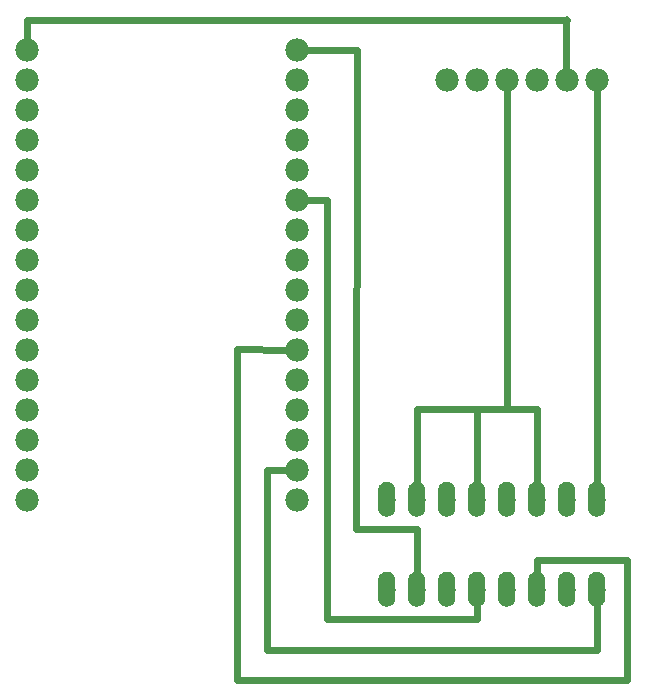
<source format=gbl>
G04 MADE WITH FRITZING*
G04 WWW.FRITZING.ORG*
G04 DOUBLE SIDED*
G04 HOLES PLATED*
G04 CONTOUR ON CENTER OF CONTOUR VECTOR*
%ASAXBY*%
%FSLAX23Y23*%
%MOIN*%
%OFA0B0*%
%SFA1.0B1.0*%
%ADD10C,0.078000*%
%ADD11C,0.058189*%
%ADD12C,0.024000*%
%ADD13R,0.001000X0.001000*%
%LNCOPPER0*%
G90*
G70*
G54D10*
X1531Y2077D03*
X1631Y2077D03*
X1731Y2077D03*
X1831Y2077D03*
X1931Y2077D03*
X2031Y2077D03*
G54D11*
X1331Y377D03*
X1431Y377D03*
X1931Y377D03*
X2031Y377D03*
X1531Y377D03*
X1631Y377D03*
X1831Y377D03*
X1731Y377D03*
X2031Y677D03*
X1931Y677D03*
X1831Y677D03*
X1731Y677D03*
X1631Y677D03*
X1531Y677D03*
X1431Y677D03*
X1331Y677D03*
G54D10*
X1031Y2177D03*
X1031Y2077D03*
X1031Y1977D03*
X1031Y1877D03*
X1031Y1777D03*
X1031Y1677D03*
X1031Y1577D03*
X1031Y1477D03*
X1031Y1377D03*
X1031Y1277D03*
X1031Y1177D03*
X1031Y1077D03*
X1031Y977D03*
X1031Y877D03*
X1031Y777D03*
X1031Y677D03*
X131Y2177D03*
X131Y2077D03*
X131Y1977D03*
X131Y1877D03*
X131Y1777D03*
X131Y1677D03*
X131Y1577D03*
X131Y1477D03*
X131Y1377D03*
X131Y1277D03*
X131Y1177D03*
X131Y1077D03*
X131Y977D03*
X131Y877D03*
X131Y777D03*
X131Y677D03*
G54D12*
X2031Y707D02*
X2031Y2047D01*
D02*
X130Y2276D02*
X1930Y2276D01*
D02*
X1930Y2276D02*
X1931Y2276D01*
D02*
X131Y2207D02*
X130Y2276D01*
D02*
X2130Y77D02*
X830Y77D01*
D02*
X830Y77D02*
X830Y1179D01*
D02*
X2130Y476D02*
X2130Y77D01*
D02*
X830Y1179D02*
X1001Y1177D01*
D02*
X1832Y476D02*
X2130Y476D01*
D02*
X1831Y407D02*
X1832Y476D01*
D02*
X2031Y176D02*
X932Y176D01*
D02*
X932Y176D02*
X932Y777D01*
D02*
X932Y777D02*
X1031Y777D01*
D02*
X2031Y347D02*
X2031Y176D01*
D02*
X1832Y978D02*
X1831Y707D01*
D02*
X1730Y978D02*
X1832Y978D01*
D02*
X1731Y2047D02*
X1730Y978D01*
D02*
X1730Y978D02*
X1632Y978D01*
D02*
X1632Y978D02*
X1631Y707D01*
D02*
X1731Y2047D02*
X1730Y978D01*
D02*
X1730Y978D02*
X1432Y978D01*
D02*
X1432Y978D02*
X1431Y707D01*
D02*
X1731Y2047D02*
X1730Y978D01*
D02*
X1631Y278D02*
X1130Y278D01*
D02*
X1130Y278D02*
X1130Y1676D01*
D02*
X1130Y1676D02*
X1061Y1677D01*
D02*
X1631Y347D02*
X1631Y278D01*
D02*
X1430Y578D02*
X1229Y578D01*
D02*
X1229Y578D02*
X1232Y2177D01*
D02*
X1232Y2177D02*
X1061Y2177D01*
D02*
X1431Y407D02*
X1430Y578D01*
G54D13*
X1927Y2288D02*
X1933Y2288D01*
X1924Y2287D02*
X1935Y2287D01*
X1923Y2286D02*
X1936Y2286D01*
X1922Y2285D02*
X1938Y2285D01*
X1921Y2284D02*
X1938Y2284D01*
X1920Y2283D02*
X1939Y2283D01*
X1919Y2282D02*
X1940Y2282D01*
X1919Y2281D02*
X1940Y2281D01*
X1919Y2280D02*
X1941Y2280D01*
X1918Y2279D02*
X1941Y2279D01*
X1918Y2278D02*
X1941Y2278D01*
X1918Y2277D02*
X1941Y2277D01*
X1918Y2276D02*
X1941Y2276D01*
X1918Y2275D02*
X1941Y2275D01*
X1918Y2274D02*
X1941Y2274D01*
X1918Y2273D02*
X1941Y2273D01*
X1918Y2272D02*
X1941Y2272D01*
X1918Y2271D02*
X1941Y2271D01*
X1918Y2270D02*
X1941Y2270D01*
X1918Y2269D02*
X1941Y2269D01*
X1918Y2268D02*
X1941Y2268D01*
X1918Y2267D02*
X1941Y2267D01*
X1918Y2266D02*
X1941Y2266D01*
X1918Y2265D02*
X1941Y2265D01*
X1918Y2264D02*
X1941Y2264D01*
X1918Y2263D02*
X1941Y2263D01*
X1918Y2262D02*
X1941Y2262D01*
X1918Y2261D02*
X1941Y2261D01*
X1918Y2260D02*
X1941Y2260D01*
X1918Y2259D02*
X1941Y2259D01*
X1918Y2258D02*
X1941Y2258D01*
X1918Y2257D02*
X1941Y2257D01*
X1918Y2256D02*
X1941Y2256D01*
X1918Y2255D02*
X1941Y2255D01*
X1918Y2254D02*
X1941Y2254D01*
X1918Y2253D02*
X1941Y2253D01*
X1918Y2252D02*
X1941Y2252D01*
X1918Y2251D02*
X1941Y2251D01*
X1918Y2250D02*
X1941Y2250D01*
X1918Y2249D02*
X1941Y2249D01*
X1918Y2248D02*
X1941Y2248D01*
X1918Y2247D02*
X1941Y2247D01*
X1918Y2246D02*
X1941Y2246D01*
X1918Y2245D02*
X1941Y2245D01*
X1918Y2244D02*
X1941Y2244D01*
X1918Y2243D02*
X1941Y2243D01*
X1918Y2242D02*
X1941Y2242D01*
X1918Y2241D02*
X1941Y2241D01*
X1918Y2240D02*
X1941Y2240D01*
X1918Y2239D02*
X1941Y2239D01*
X1918Y2238D02*
X1941Y2238D01*
X1918Y2237D02*
X1941Y2237D01*
X1918Y2236D02*
X1941Y2236D01*
X1918Y2235D02*
X1941Y2235D01*
X1918Y2234D02*
X1941Y2234D01*
X1918Y2233D02*
X1941Y2233D01*
X1918Y2232D02*
X1941Y2232D01*
X1918Y2231D02*
X1941Y2231D01*
X1918Y2230D02*
X1941Y2230D01*
X1918Y2229D02*
X1941Y2229D01*
X1918Y2228D02*
X1941Y2228D01*
X1918Y2227D02*
X1941Y2227D01*
X1918Y2226D02*
X1941Y2226D01*
X1918Y2225D02*
X1941Y2225D01*
X1918Y2224D02*
X1941Y2224D01*
X1918Y2223D02*
X1941Y2223D01*
X1918Y2222D02*
X1941Y2222D01*
X1918Y2221D02*
X1941Y2221D01*
X1918Y2220D02*
X1941Y2220D01*
X1918Y2219D02*
X1941Y2219D01*
X1918Y2218D02*
X1941Y2218D01*
X1918Y2217D02*
X1941Y2217D01*
X1918Y2216D02*
X1941Y2216D01*
X1918Y2215D02*
X1941Y2215D01*
X1918Y2214D02*
X1941Y2214D01*
X1918Y2213D02*
X1941Y2213D01*
X1918Y2212D02*
X1941Y2212D01*
X1918Y2211D02*
X1941Y2211D01*
X1918Y2210D02*
X1941Y2210D01*
X1918Y2209D02*
X1941Y2209D01*
X1918Y2208D02*
X1941Y2208D01*
X1918Y2207D02*
X1941Y2207D01*
X1918Y2206D02*
X1941Y2206D01*
X1918Y2205D02*
X1941Y2205D01*
X1918Y2204D02*
X1941Y2204D01*
X1918Y2203D02*
X1941Y2203D01*
X1918Y2202D02*
X1941Y2202D01*
X1918Y2201D02*
X1941Y2201D01*
X1918Y2200D02*
X1941Y2200D01*
X1918Y2199D02*
X1941Y2199D01*
X1918Y2198D02*
X1941Y2198D01*
X1918Y2197D02*
X1941Y2197D01*
X1918Y2196D02*
X1941Y2196D01*
X1918Y2195D02*
X1941Y2195D01*
X1918Y2194D02*
X1941Y2194D01*
X1918Y2193D02*
X1941Y2193D01*
X1918Y2192D02*
X1941Y2192D01*
X1918Y2191D02*
X1941Y2191D01*
X1918Y2190D02*
X1941Y2190D01*
X1918Y2189D02*
X1941Y2189D01*
X1918Y2188D02*
X1941Y2188D01*
X1918Y2187D02*
X1941Y2187D01*
X1918Y2186D02*
X1941Y2186D01*
X1918Y2185D02*
X1941Y2185D01*
X1918Y2184D02*
X1941Y2184D01*
X1918Y2183D02*
X1941Y2183D01*
X1918Y2182D02*
X1941Y2182D01*
X1918Y2181D02*
X1941Y2181D01*
X1918Y2180D02*
X1941Y2180D01*
X1918Y2179D02*
X1941Y2179D01*
X1918Y2178D02*
X1941Y2178D01*
X1918Y2177D02*
X1941Y2177D01*
X1918Y2176D02*
X1941Y2176D01*
X1918Y2175D02*
X1941Y2175D01*
X1918Y2174D02*
X1941Y2174D01*
X1918Y2173D02*
X1941Y2173D01*
X1918Y2172D02*
X1941Y2172D01*
X1918Y2171D02*
X1941Y2171D01*
X1918Y2170D02*
X1941Y2170D01*
X1918Y2169D02*
X1941Y2169D01*
X1918Y2168D02*
X1941Y2168D01*
X1918Y2167D02*
X1941Y2167D01*
X1918Y2166D02*
X1941Y2166D01*
X1918Y2165D02*
X1941Y2165D01*
X1918Y2164D02*
X1941Y2164D01*
X1918Y2163D02*
X1941Y2163D01*
X1918Y2162D02*
X1941Y2162D01*
X1918Y2161D02*
X1941Y2161D01*
X1918Y2160D02*
X1941Y2160D01*
X1918Y2159D02*
X1941Y2159D01*
X1918Y2158D02*
X1941Y2158D01*
X1918Y2157D02*
X1941Y2157D01*
X1918Y2156D02*
X1941Y2156D01*
X1918Y2155D02*
X1941Y2155D01*
X1918Y2154D02*
X1941Y2154D01*
X1918Y2153D02*
X1941Y2153D01*
X1918Y2152D02*
X1941Y2152D01*
X1918Y2151D02*
X1941Y2151D01*
X1918Y2150D02*
X1941Y2150D01*
X1918Y2149D02*
X1941Y2149D01*
X1918Y2148D02*
X1941Y2148D01*
X1918Y2147D02*
X1941Y2147D01*
X1918Y2146D02*
X1941Y2146D01*
X1918Y2145D02*
X1941Y2145D01*
X1918Y2144D02*
X1941Y2144D01*
X1918Y2143D02*
X1941Y2143D01*
X1918Y2142D02*
X1941Y2142D01*
X1918Y2141D02*
X1941Y2141D01*
X1918Y2140D02*
X1941Y2140D01*
X1918Y2139D02*
X1941Y2139D01*
X1918Y2138D02*
X1941Y2138D01*
X1918Y2137D02*
X1941Y2137D01*
X1918Y2136D02*
X1941Y2136D01*
X1918Y2135D02*
X1941Y2135D01*
X1918Y2134D02*
X1941Y2134D01*
X1918Y2133D02*
X1941Y2133D01*
X1918Y2132D02*
X1941Y2132D01*
X1918Y2131D02*
X1941Y2131D01*
X1918Y2130D02*
X1941Y2130D01*
X1918Y2129D02*
X1941Y2129D01*
X1918Y2128D02*
X1941Y2128D01*
X1918Y2127D02*
X1941Y2127D01*
X1918Y2126D02*
X1941Y2126D01*
X1918Y2125D02*
X1941Y2125D01*
X1918Y2124D02*
X1941Y2124D01*
X1918Y2123D02*
X1941Y2123D01*
X1918Y2122D02*
X1941Y2122D01*
X1918Y2121D02*
X1941Y2121D01*
X1918Y2120D02*
X1941Y2120D01*
X1918Y2119D02*
X1941Y2119D01*
X1918Y2118D02*
X1941Y2118D01*
X1918Y2117D02*
X1941Y2117D01*
X1918Y2116D02*
X1941Y2116D01*
X1918Y2115D02*
X1941Y2115D01*
X1918Y2114D02*
X1941Y2114D01*
X1918Y2113D02*
X1941Y2113D01*
X1918Y2112D02*
X1941Y2112D01*
X1918Y2111D02*
X1941Y2111D01*
X1918Y2110D02*
X1941Y2110D01*
X1918Y2109D02*
X1941Y2109D01*
X1918Y2108D02*
X1941Y2108D01*
X1918Y2107D02*
X1941Y2107D01*
X1918Y2106D02*
X1941Y2106D01*
X1918Y2105D02*
X1941Y2105D01*
X1918Y2104D02*
X1941Y2104D01*
X1918Y2103D02*
X1941Y2103D01*
X1918Y2102D02*
X1941Y2102D01*
X1918Y2101D02*
X1941Y2101D01*
X1918Y2100D02*
X1941Y2100D01*
X1918Y2099D02*
X1941Y2099D01*
X1918Y2098D02*
X1941Y2098D01*
X1918Y2097D02*
X1941Y2097D01*
X1918Y2096D02*
X1941Y2096D01*
X1918Y2095D02*
X1941Y2095D01*
X1918Y2094D02*
X1941Y2094D01*
X1918Y2093D02*
X1941Y2093D01*
X1918Y2092D02*
X1941Y2092D01*
X1918Y2091D02*
X1941Y2091D01*
X1918Y2090D02*
X1941Y2090D01*
X1918Y2089D02*
X1941Y2089D01*
X1918Y2088D02*
X1941Y2088D01*
X1918Y2087D02*
X1941Y2087D01*
X1918Y2086D02*
X1941Y2086D01*
X1918Y2085D02*
X1941Y2085D01*
X1918Y2084D02*
X1941Y2084D01*
X1918Y2083D02*
X1941Y2083D01*
X1918Y2082D02*
X1941Y2082D01*
X1918Y2081D02*
X1941Y2081D01*
X1918Y2080D02*
X1941Y2080D01*
X1918Y2079D02*
X1941Y2079D01*
X1918Y2078D02*
X1941Y2078D01*
X1918Y2077D02*
X1941Y2077D01*
X1918Y2076D02*
X1941Y2076D01*
X1919Y2075D02*
X1941Y2075D01*
X1919Y2074D02*
X1940Y2074D01*
X1919Y2073D02*
X1940Y2073D01*
X1920Y2072D02*
X1939Y2072D01*
X1920Y2071D02*
X1939Y2071D01*
X1921Y2070D02*
X1938Y2070D01*
X1922Y2069D02*
X1937Y2069D01*
X1924Y2068D02*
X1936Y2068D01*
X1926Y2067D02*
X1934Y2067D01*
X1324Y736D02*
X1336Y736D01*
X1424Y736D02*
X1436Y736D01*
X1524Y736D02*
X1536Y736D01*
X1624Y736D02*
X1635Y736D01*
X1724Y736D02*
X1735Y736D01*
X1824Y736D02*
X1835Y736D01*
X1924Y736D02*
X1935Y736D01*
X2024Y736D02*
X2035Y736D01*
X1321Y735D02*
X1339Y735D01*
X1421Y735D02*
X1439Y735D01*
X1520Y735D02*
X1539Y735D01*
X1620Y735D02*
X1639Y735D01*
X1720Y735D02*
X1739Y735D01*
X1820Y735D02*
X1839Y735D01*
X1920Y735D02*
X1939Y735D01*
X2020Y735D02*
X2039Y735D01*
X1318Y734D02*
X1341Y734D01*
X1418Y734D02*
X1441Y734D01*
X1518Y734D02*
X1541Y734D01*
X1618Y734D02*
X1641Y734D01*
X1718Y734D02*
X1741Y734D01*
X1818Y734D02*
X1841Y734D01*
X1918Y734D02*
X1941Y734D01*
X2018Y734D02*
X2041Y734D01*
X1316Y733D02*
X1343Y733D01*
X1416Y733D02*
X1443Y733D01*
X1516Y733D02*
X1543Y733D01*
X1616Y733D02*
X1643Y733D01*
X1716Y733D02*
X1743Y733D01*
X1816Y733D02*
X1843Y733D01*
X1916Y733D02*
X1943Y733D01*
X2016Y733D02*
X2043Y733D01*
X1314Y732D02*
X1345Y732D01*
X1414Y732D02*
X1445Y732D01*
X1514Y732D02*
X1545Y732D01*
X1614Y732D02*
X1645Y732D01*
X1714Y732D02*
X1745Y732D01*
X1814Y732D02*
X1845Y732D01*
X1914Y732D02*
X1945Y732D01*
X2014Y732D02*
X2045Y732D01*
X1313Y731D02*
X1347Y731D01*
X1413Y731D02*
X1447Y731D01*
X1513Y731D02*
X1546Y731D01*
X1613Y731D02*
X1646Y731D01*
X1713Y731D02*
X1746Y731D01*
X1813Y731D02*
X1846Y731D01*
X1913Y731D02*
X1946Y731D01*
X2013Y731D02*
X2046Y731D01*
X1312Y730D02*
X1348Y730D01*
X1412Y730D02*
X1448Y730D01*
X1512Y730D02*
X1548Y730D01*
X1612Y730D02*
X1648Y730D01*
X1712Y730D02*
X1748Y730D01*
X1812Y730D02*
X1848Y730D01*
X1912Y730D02*
X1948Y730D01*
X2012Y730D02*
X2048Y730D01*
X1311Y729D02*
X1349Y729D01*
X1411Y729D02*
X1449Y729D01*
X1511Y729D02*
X1549Y729D01*
X1611Y729D02*
X1649Y729D01*
X1710Y729D02*
X1749Y729D01*
X1810Y729D02*
X1849Y729D01*
X1910Y729D02*
X1949Y729D01*
X2010Y729D02*
X2049Y729D01*
X1310Y728D02*
X1350Y728D01*
X1410Y728D02*
X1450Y728D01*
X1509Y728D02*
X1550Y728D01*
X1609Y728D02*
X1650Y728D01*
X1709Y728D02*
X1750Y728D01*
X1809Y728D02*
X1850Y728D01*
X1909Y728D02*
X1950Y728D01*
X2009Y728D02*
X2050Y728D01*
X1309Y727D02*
X1351Y727D01*
X1409Y727D02*
X1451Y727D01*
X1509Y727D02*
X1551Y727D01*
X1609Y727D02*
X1651Y727D01*
X1709Y727D02*
X1751Y727D01*
X1808Y727D02*
X1851Y727D01*
X1908Y727D02*
X1951Y727D01*
X2008Y727D02*
X2051Y727D01*
X1308Y726D02*
X1352Y726D01*
X1408Y726D02*
X1452Y726D01*
X1508Y726D02*
X1552Y726D01*
X1608Y726D02*
X1652Y726D01*
X1708Y726D02*
X1752Y726D01*
X1808Y726D02*
X1852Y726D01*
X1908Y726D02*
X1952Y726D01*
X2008Y726D02*
X2052Y726D01*
X1307Y725D02*
X1353Y725D01*
X1407Y725D02*
X1453Y725D01*
X1507Y725D02*
X1552Y725D01*
X1607Y725D02*
X1652Y725D01*
X1707Y725D02*
X1752Y725D01*
X1807Y725D02*
X1852Y725D01*
X1907Y725D02*
X1952Y725D01*
X2007Y725D02*
X2052Y725D01*
X1306Y724D02*
X1353Y724D01*
X1406Y724D02*
X1453Y724D01*
X1506Y724D02*
X1553Y724D01*
X1606Y724D02*
X1653Y724D01*
X1706Y724D02*
X1753Y724D01*
X1806Y724D02*
X1853Y724D01*
X1906Y724D02*
X1953Y724D01*
X2006Y724D02*
X2053Y724D01*
X1306Y723D02*
X1354Y723D01*
X1406Y723D02*
X1454Y723D01*
X1506Y723D02*
X1554Y723D01*
X1606Y723D02*
X1654Y723D01*
X1705Y723D02*
X1754Y723D01*
X1805Y723D02*
X1854Y723D01*
X1905Y723D02*
X1954Y723D01*
X2005Y723D02*
X2054Y723D01*
X1305Y722D02*
X1355Y722D01*
X1405Y722D02*
X1455Y722D01*
X1505Y722D02*
X1554Y722D01*
X1605Y722D02*
X1654Y722D01*
X1705Y722D02*
X1754Y722D01*
X1805Y722D02*
X1854Y722D01*
X1905Y722D02*
X1954Y722D01*
X2005Y722D02*
X2054Y722D01*
X1304Y721D02*
X1355Y721D01*
X1404Y721D02*
X1455Y721D01*
X1504Y721D02*
X1555Y721D01*
X1604Y721D02*
X1655Y721D01*
X1704Y721D02*
X1755Y721D01*
X1804Y721D02*
X1855Y721D01*
X1904Y721D02*
X1955Y721D01*
X2004Y721D02*
X2055Y721D01*
X1304Y720D02*
X1356Y720D01*
X1404Y720D02*
X1456Y720D01*
X1504Y720D02*
X1556Y720D01*
X1604Y720D02*
X1655Y720D01*
X1704Y720D02*
X1755Y720D01*
X1804Y720D02*
X1855Y720D01*
X1904Y720D02*
X1955Y720D01*
X2004Y720D02*
X2055Y720D01*
X1304Y719D02*
X1356Y719D01*
X1403Y719D02*
X1456Y719D01*
X1503Y719D02*
X1556Y719D01*
X1603Y719D02*
X1656Y719D01*
X1703Y719D02*
X1756Y719D01*
X1803Y719D02*
X1856Y719D01*
X1903Y719D02*
X1956Y719D01*
X2003Y719D02*
X2056Y719D01*
X1303Y718D02*
X1356Y718D01*
X1403Y718D02*
X1456Y718D01*
X1503Y718D02*
X1556Y718D01*
X1603Y718D02*
X1656Y718D01*
X1703Y718D02*
X1756Y718D01*
X1803Y718D02*
X1856Y718D01*
X1903Y718D02*
X1956Y718D01*
X2003Y718D02*
X2056Y718D01*
X1303Y717D02*
X1357Y717D01*
X1403Y717D02*
X1457Y717D01*
X1503Y717D02*
X1557Y717D01*
X1603Y717D02*
X1657Y717D01*
X1703Y717D02*
X1757Y717D01*
X1803Y717D02*
X1857Y717D01*
X1903Y717D02*
X1957Y717D01*
X2003Y717D02*
X2057Y717D01*
X1302Y716D02*
X1357Y716D01*
X1402Y716D02*
X1457Y716D01*
X1502Y716D02*
X1557Y716D01*
X1602Y716D02*
X1657Y716D01*
X1702Y716D02*
X1757Y716D01*
X1802Y716D02*
X1857Y716D01*
X1902Y716D02*
X1957Y716D01*
X2002Y716D02*
X2057Y716D01*
X1302Y715D02*
X1357Y715D01*
X1402Y715D02*
X1457Y715D01*
X1502Y715D02*
X1557Y715D01*
X1602Y715D02*
X1657Y715D01*
X1702Y715D02*
X1757Y715D01*
X1802Y715D02*
X1857Y715D01*
X1902Y715D02*
X1957Y715D01*
X2002Y715D02*
X2057Y715D01*
X1302Y714D02*
X1358Y714D01*
X1402Y714D02*
X1458Y714D01*
X1502Y714D02*
X1558Y714D01*
X1602Y714D02*
X1658Y714D01*
X1702Y714D02*
X1758Y714D01*
X1802Y714D02*
X1857Y714D01*
X1902Y714D02*
X1957Y714D01*
X2002Y714D02*
X2057Y714D01*
X1302Y713D02*
X1358Y713D01*
X1402Y713D02*
X1458Y713D01*
X1502Y713D02*
X1558Y713D01*
X1602Y713D02*
X1658Y713D01*
X1702Y713D02*
X1758Y713D01*
X1802Y713D02*
X1858Y713D01*
X1902Y713D02*
X1958Y713D01*
X2001Y713D02*
X2058Y713D01*
X1302Y712D02*
X1358Y712D01*
X1402Y712D02*
X1458Y712D01*
X1501Y712D02*
X1558Y712D01*
X1601Y712D02*
X1658Y712D01*
X1701Y712D02*
X1758Y712D01*
X1801Y712D02*
X1858Y712D01*
X1901Y712D02*
X1958Y712D01*
X2001Y712D02*
X2058Y712D01*
X1301Y711D02*
X1358Y711D01*
X1401Y711D02*
X1458Y711D01*
X1501Y711D02*
X1558Y711D01*
X1601Y711D02*
X1658Y711D01*
X1701Y711D02*
X1758Y711D01*
X1801Y711D02*
X1858Y711D01*
X1901Y711D02*
X1958Y711D01*
X2001Y711D02*
X2058Y711D01*
X1301Y710D02*
X1358Y710D01*
X1401Y710D02*
X1458Y710D01*
X1501Y710D02*
X1558Y710D01*
X1601Y710D02*
X1658Y710D01*
X1701Y710D02*
X1758Y710D01*
X1801Y710D02*
X1858Y710D01*
X1901Y710D02*
X1958Y710D01*
X2001Y710D02*
X2058Y710D01*
X1301Y709D02*
X1358Y709D01*
X1401Y709D02*
X1458Y709D01*
X1501Y709D02*
X1558Y709D01*
X1601Y709D02*
X1658Y709D01*
X1701Y709D02*
X1758Y709D01*
X1801Y709D02*
X1858Y709D01*
X1901Y709D02*
X1958Y709D01*
X2001Y709D02*
X2058Y709D01*
X1301Y708D02*
X1358Y708D01*
X1401Y708D02*
X1458Y708D01*
X1501Y708D02*
X1558Y708D01*
X1601Y708D02*
X1658Y708D01*
X1701Y708D02*
X1758Y708D01*
X1801Y708D02*
X1858Y708D01*
X1901Y708D02*
X1958Y708D01*
X2001Y708D02*
X2058Y708D01*
X1301Y707D02*
X1358Y707D01*
X1401Y707D02*
X1458Y707D01*
X1501Y707D02*
X1558Y707D01*
X1601Y707D02*
X1658Y707D01*
X1701Y707D02*
X1758Y707D01*
X1801Y707D02*
X1858Y707D01*
X1901Y707D02*
X1958Y707D01*
X2001Y707D02*
X2058Y707D01*
X1301Y706D02*
X1358Y706D01*
X1401Y706D02*
X1458Y706D01*
X1501Y706D02*
X1558Y706D01*
X1601Y706D02*
X1658Y706D01*
X1701Y706D02*
X1758Y706D01*
X1801Y706D02*
X1858Y706D01*
X1901Y706D02*
X1958Y706D01*
X2001Y706D02*
X2058Y706D01*
X1301Y705D02*
X1358Y705D01*
X1401Y705D02*
X1458Y705D01*
X1501Y705D02*
X1558Y705D01*
X1601Y705D02*
X1658Y705D01*
X1701Y705D02*
X1758Y705D01*
X1801Y705D02*
X1858Y705D01*
X1901Y705D02*
X1958Y705D01*
X2001Y705D02*
X2058Y705D01*
X1301Y704D02*
X1358Y704D01*
X1401Y704D02*
X1458Y704D01*
X1501Y704D02*
X1558Y704D01*
X1601Y704D02*
X1658Y704D01*
X1701Y704D02*
X1758Y704D01*
X1801Y704D02*
X1858Y704D01*
X1901Y704D02*
X1958Y704D01*
X2001Y704D02*
X2058Y704D01*
X1301Y703D02*
X1358Y703D01*
X1401Y703D02*
X1458Y703D01*
X1501Y703D02*
X1558Y703D01*
X1601Y703D02*
X1658Y703D01*
X1701Y703D02*
X1758Y703D01*
X1801Y703D02*
X1858Y703D01*
X1901Y703D02*
X1958Y703D01*
X2001Y703D02*
X2058Y703D01*
X1301Y702D02*
X1358Y702D01*
X1401Y702D02*
X1458Y702D01*
X1501Y702D02*
X1558Y702D01*
X1601Y702D02*
X1658Y702D01*
X1701Y702D02*
X1758Y702D01*
X1801Y702D02*
X1858Y702D01*
X1901Y702D02*
X1958Y702D01*
X2001Y702D02*
X2058Y702D01*
X1301Y701D02*
X1358Y701D01*
X1401Y701D02*
X1458Y701D01*
X1501Y701D02*
X1558Y701D01*
X1601Y701D02*
X1658Y701D01*
X1701Y701D02*
X1758Y701D01*
X1801Y701D02*
X1858Y701D01*
X1901Y701D02*
X1958Y701D01*
X2001Y701D02*
X2058Y701D01*
X1301Y700D02*
X1358Y700D01*
X1401Y700D02*
X1458Y700D01*
X1501Y700D02*
X1558Y700D01*
X1601Y700D02*
X1658Y700D01*
X1701Y700D02*
X1758Y700D01*
X1801Y700D02*
X1858Y700D01*
X1901Y700D02*
X1958Y700D01*
X2001Y700D02*
X2058Y700D01*
X1301Y699D02*
X1358Y699D01*
X1401Y699D02*
X1458Y699D01*
X1501Y699D02*
X1558Y699D01*
X1601Y699D02*
X1658Y699D01*
X1701Y699D02*
X1758Y699D01*
X1801Y699D02*
X1858Y699D01*
X1901Y699D02*
X1958Y699D01*
X2001Y699D02*
X2058Y699D01*
X1301Y698D02*
X1358Y698D01*
X1401Y698D02*
X1458Y698D01*
X1501Y698D02*
X1558Y698D01*
X1601Y698D02*
X1658Y698D01*
X1701Y698D02*
X1758Y698D01*
X1801Y698D02*
X1858Y698D01*
X1901Y698D02*
X1958Y698D01*
X2001Y698D02*
X2058Y698D01*
X1301Y697D02*
X1325Y697D01*
X1335Y697D02*
X1358Y697D01*
X1401Y697D02*
X1425Y697D01*
X1435Y697D02*
X1458Y697D01*
X1501Y697D02*
X1525Y697D01*
X1535Y697D02*
X1558Y697D01*
X1601Y697D02*
X1625Y697D01*
X1635Y697D02*
X1658Y697D01*
X1701Y697D02*
X1725Y697D01*
X1735Y697D02*
X1758Y697D01*
X1801Y697D02*
X1825Y697D01*
X1835Y697D02*
X1858Y697D01*
X1901Y697D02*
X1924Y697D01*
X1935Y697D02*
X1958Y697D01*
X2001Y697D02*
X2024Y697D01*
X2035Y697D02*
X2058Y697D01*
X1301Y696D02*
X1322Y696D01*
X1338Y696D02*
X1358Y696D01*
X1401Y696D02*
X1422Y696D01*
X1438Y696D02*
X1458Y696D01*
X1501Y696D02*
X1522Y696D01*
X1538Y696D02*
X1558Y696D01*
X1601Y696D02*
X1622Y696D01*
X1638Y696D02*
X1658Y696D01*
X1701Y696D02*
X1722Y696D01*
X1738Y696D02*
X1758Y696D01*
X1801Y696D02*
X1821Y696D01*
X1838Y696D02*
X1858Y696D01*
X1901Y696D02*
X1921Y696D01*
X1938Y696D02*
X1958Y696D01*
X2001Y696D02*
X2021Y696D01*
X2038Y696D02*
X2058Y696D01*
X1301Y695D02*
X1320Y695D01*
X1340Y695D02*
X1358Y695D01*
X1401Y695D02*
X1420Y695D01*
X1440Y695D02*
X1458Y695D01*
X1501Y695D02*
X1520Y695D01*
X1540Y695D02*
X1558Y695D01*
X1601Y695D02*
X1620Y695D01*
X1640Y695D02*
X1658Y695D01*
X1701Y695D02*
X1720Y695D01*
X1740Y695D02*
X1758Y695D01*
X1801Y695D02*
X1820Y695D01*
X1840Y695D02*
X1858Y695D01*
X1901Y695D02*
X1920Y695D01*
X1940Y695D02*
X1958Y695D01*
X2001Y695D02*
X2020Y695D01*
X2040Y695D02*
X2058Y695D01*
X1301Y694D02*
X1318Y694D01*
X1341Y694D02*
X1358Y694D01*
X1401Y694D02*
X1418Y694D01*
X1441Y694D02*
X1458Y694D01*
X1501Y694D02*
X1518Y694D01*
X1541Y694D02*
X1558Y694D01*
X1601Y694D02*
X1618Y694D01*
X1641Y694D02*
X1658Y694D01*
X1701Y694D02*
X1718Y694D01*
X1741Y694D02*
X1758Y694D01*
X1801Y694D02*
X1818Y694D01*
X1841Y694D02*
X1858Y694D01*
X1901Y694D02*
X1918Y694D01*
X1941Y694D02*
X1958Y694D01*
X2001Y694D02*
X2018Y694D01*
X2041Y694D02*
X2058Y694D01*
X1301Y693D02*
X1317Y693D01*
X1343Y693D02*
X1358Y693D01*
X1401Y693D02*
X1417Y693D01*
X1443Y693D02*
X1458Y693D01*
X1501Y693D02*
X1517Y693D01*
X1543Y693D02*
X1558Y693D01*
X1601Y693D02*
X1617Y693D01*
X1643Y693D02*
X1658Y693D01*
X1701Y693D02*
X1717Y693D01*
X1742Y693D02*
X1758Y693D01*
X1801Y693D02*
X1817Y693D01*
X1842Y693D02*
X1858Y693D01*
X1901Y693D02*
X1917Y693D01*
X1942Y693D02*
X1958Y693D01*
X2001Y693D02*
X2017Y693D01*
X2042Y693D02*
X2058Y693D01*
X1301Y692D02*
X1316Y692D01*
X1344Y692D02*
X1358Y692D01*
X1401Y692D02*
X1416Y692D01*
X1444Y692D02*
X1458Y692D01*
X1501Y692D02*
X1516Y692D01*
X1544Y692D02*
X1558Y692D01*
X1601Y692D02*
X1616Y692D01*
X1644Y692D02*
X1658Y692D01*
X1701Y692D02*
X1716Y692D01*
X1744Y692D02*
X1758Y692D01*
X1801Y692D02*
X1816Y692D01*
X1844Y692D02*
X1858Y692D01*
X1901Y692D02*
X1916Y692D01*
X1944Y692D02*
X1958Y692D01*
X2001Y692D02*
X2016Y692D01*
X2044Y692D02*
X2058Y692D01*
X1301Y691D02*
X1315Y691D01*
X1345Y691D02*
X1358Y691D01*
X1401Y691D02*
X1415Y691D01*
X1445Y691D02*
X1458Y691D01*
X1501Y691D02*
X1515Y691D01*
X1545Y691D02*
X1558Y691D01*
X1601Y691D02*
X1615Y691D01*
X1645Y691D02*
X1658Y691D01*
X1701Y691D02*
X1715Y691D01*
X1744Y691D02*
X1758Y691D01*
X1801Y691D02*
X1815Y691D01*
X1844Y691D02*
X1858Y691D01*
X1901Y691D02*
X1915Y691D01*
X1944Y691D02*
X1958Y691D01*
X2001Y691D02*
X2015Y691D01*
X2044Y691D02*
X2058Y691D01*
X1301Y690D02*
X1314Y690D01*
X1345Y690D02*
X1358Y690D01*
X1401Y690D02*
X1414Y690D01*
X1445Y690D02*
X1458Y690D01*
X1501Y690D02*
X1514Y690D01*
X1545Y690D02*
X1558Y690D01*
X1601Y690D02*
X1614Y690D01*
X1645Y690D02*
X1658Y690D01*
X1701Y690D02*
X1714Y690D01*
X1745Y690D02*
X1758Y690D01*
X1801Y690D02*
X1814Y690D01*
X1845Y690D02*
X1858Y690D01*
X1901Y690D02*
X1914Y690D01*
X1945Y690D02*
X1958Y690D01*
X2001Y690D02*
X2014Y690D01*
X2045Y690D02*
X2058Y690D01*
X1301Y689D02*
X1313Y689D01*
X1346Y689D02*
X1358Y689D01*
X1401Y689D02*
X1413Y689D01*
X1446Y689D02*
X1458Y689D01*
X1501Y689D02*
X1513Y689D01*
X1546Y689D02*
X1558Y689D01*
X1601Y689D02*
X1613Y689D01*
X1646Y689D02*
X1658Y689D01*
X1701Y689D02*
X1713Y689D01*
X1746Y689D02*
X1758Y689D01*
X1801Y689D02*
X1813Y689D01*
X1846Y689D02*
X1858Y689D01*
X1901Y689D02*
X1913Y689D01*
X1946Y689D02*
X1958Y689D01*
X2001Y689D02*
X2013Y689D01*
X2046Y689D02*
X2058Y689D01*
X1301Y688D02*
X1313Y688D01*
X1347Y688D02*
X1358Y688D01*
X1401Y688D02*
X1413Y688D01*
X1447Y688D02*
X1458Y688D01*
X1501Y688D02*
X1513Y688D01*
X1547Y688D02*
X1558Y688D01*
X1601Y688D02*
X1613Y688D01*
X1647Y688D02*
X1658Y688D01*
X1701Y688D02*
X1713Y688D01*
X1747Y688D02*
X1758Y688D01*
X1801Y688D02*
X1813Y688D01*
X1847Y688D02*
X1858Y688D01*
X1901Y688D02*
X1913Y688D01*
X1947Y688D02*
X1958Y688D01*
X2001Y688D02*
X2013Y688D01*
X2047Y688D02*
X2058Y688D01*
X1301Y687D02*
X1312Y687D01*
X1347Y687D02*
X1358Y687D01*
X1401Y687D02*
X1412Y687D01*
X1447Y687D02*
X1458Y687D01*
X1501Y687D02*
X1512Y687D01*
X1547Y687D02*
X1558Y687D01*
X1601Y687D02*
X1612Y687D01*
X1647Y687D02*
X1658Y687D01*
X1701Y687D02*
X1712Y687D01*
X1747Y687D02*
X1758Y687D01*
X1801Y687D02*
X1812Y687D01*
X1847Y687D02*
X1858Y687D01*
X1901Y687D02*
X1912Y687D01*
X1947Y687D02*
X1958Y687D01*
X2001Y687D02*
X2012Y687D01*
X2047Y687D02*
X2058Y687D01*
X1301Y686D02*
X1312Y686D01*
X1348Y686D02*
X1358Y686D01*
X1401Y686D02*
X1412Y686D01*
X1448Y686D02*
X1458Y686D01*
X1501Y686D02*
X1512Y686D01*
X1548Y686D02*
X1558Y686D01*
X1601Y686D02*
X1612Y686D01*
X1648Y686D02*
X1658Y686D01*
X1701Y686D02*
X1712Y686D01*
X1748Y686D02*
X1758Y686D01*
X1801Y686D02*
X1812Y686D01*
X1848Y686D02*
X1858Y686D01*
X1901Y686D02*
X1912Y686D01*
X1948Y686D02*
X1958Y686D01*
X2001Y686D02*
X2012Y686D01*
X2048Y686D02*
X2058Y686D01*
X1301Y685D02*
X1311Y685D01*
X1348Y685D02*
X1358Y685D01*
X1401Y685D02*
X1411Y685D01*
X1448Y685D02*
X1458Y685D01*
X1501Y685D02*
X1511Y685D01*
X1548Y685D02*
X1558Y685D01*
X1601Y685D02*
X1611Y685D01*
X1648Y685D02*
X1658Y685D01*
X1701Y685D02*
X1711Y685D01*
X1748Y685D02*
X1758Y685D01*
X1801Y685D02*
X1811Y685D01*
X1848Y685D02*
X1858Y685D01*
X1901Y685D02*
X1911Y685D01*
X1948Y685D02*
X1958Y685D01*
X2001Y685D02*
X2011Y685D01*
X2048Y685D02*
X2058Y685D01*
X1301Y684D02*
X1311Y684D01*
X1348Y684D02*
X1358Y684D01*
X1401Y684D02*
X1411Y684D01*
X1448Y684D02*
X1458Y684D01*
X1501Y684D02*
X1511Y684D01*
X1548Y684D02*
X1558Y684D01*
X1601Y684D02*
X1611Y684D01*
X1648Y684D02*
X1658Y684D01*
X1701Y684D02*
X1711Y684D01*
X1748Y684D02*
X1758Y684D01*
X1801Y684D02*
X1811Y684D01*
X1848Y684D02*
X1858Y684D01*
X1901Y684D02*
X1911Y684D01*
X1948Y684D02*
X1958Y684D01*
X2001Y684D02*
X2011Y684D01*
X2048Y684D02*
X2058Y684D01*
X1301Y683D02*
X1311Y683D01*
X1349Y683D02*
X1358Y683D01*
X1401Y683D02*
X1411Y683D01*
X1449Y683D02*
X1458Y683D01*
X1501Y683D02*
X1511Y683D01*
X1549Y683D02*
X1558Y683D01*
X1601Y683D02*
X1611Y683D01*
X1649Y683D02*
X1658Y683D01*
X1701Y683D02*
X1711Y683D01*
X1749Y683D02*
X1758Y683D01*
X1801Y683D02*
X1811Y683D01*
X1849Y683D02*
X1858Y683D01*
X1901Y683D02*
X1911Y683D01*
X1949Y683D02*
X1958Y683D01*
X2001Y683D02*
X2011Y683D01*
X2049Y683D02*
X2058Y683D01*
X1301Y682D02*
X1311Y682D01*
X1349Y682D02*
X1358Y682D01*
X1401Y682D02*
X1411Y682D01*
X1449Y682D02*
X1458Y682D01*
X1501Y682D02*
X1510Y682D01*
X1549Y682D02*
X1558Y682D01*
X1601Y682D02*
X1610Y682D01*
X1649Y682D02*
X1658Y682D01*
X1701Y682D02*
X1710Y682D01*
X1749Y682D02*
X1758Y682D01*
X1801Y682D02*
X1810Y682D01*
X1849Y682D02*
X1858Y682D01*
X1901Y682D02*
X1910Y682D01*
X1949Y682D02*
X1958Y682D01*
X2001Y682D02*
X2010Y682D01*
X2049Y682D02*
X2058Y682D01*
X1301Y681D02*
X1310Y681D01*
X1349Y681D02*
X1358Y681D01*
X1401Y681D02*
X1410Y681D01*
X1449Y681D02*
X1458Y681D01*
X1501Y681D02*
X1510Y681D01*
X1549Y681D02*
X1558Y681D01*
X1601Y681D02*
X1610Y681D01*
X1649Y681D02*
X1658Y681D01*
X1701Y681D02*
X1710Y681D01*
X1749Y681D02*
X1758Y681D01*
X1801Y681D02*
X1810Y681D01*
X1849Y681D02*
X1858Y681D01*
X1901Y681D02*
X1910Y681D01*
X1949Y681D02*
X1958Y681D01*
X2001Y681D02*
X2010Y681D01*
X2049Y681D02*
X2058Y681D01*
X1301Y680D02*
X1310Y680D01*
X1349Y680D02*
X1358Y680D01*
X1401Y680D02*
X1410Y680D01*
X1449Y680D02*
X1458Y680D01*
X1501Y680D02*
X1510Y680D01*
X1549Y680D02*
X1558Y680D01*
X1601Y680D02*
X1610Y680D01*
X1649Y680D02*
X1658Y680D01*
X1701Y680D02*
X1710Y680D01*
X1749Y680D02*
X1758Y680D01*
X1801Y680D02*
X1810Y680D01*
X1849Y680D02*
X1858Y680D01*
X1901Y680D02*
X1910Y680D01*
X1949Y680D02*
X1958Y680D01*
X2001Y680D02*
X2010Y680D01*
X2049Y680D02*
X2058Y680D01*
X1301Y679D02*
X1310Y679D01*
X1349Y679D02*
X1358Y679D01*
X1401Y679D02*
X1410Y679D01*
X1449Y679D02*
X1458Y679D01*
X1501Y679D02*
X1510Y679D01*
X1549Y679D02*
X1558Y679D01*
X1601Y679D02*
X1610Y679D01*
X1649Y679D02*
X1658Y679D01*
X1701Y679D02*
X1710Y679D01*
X1749Y679D02*
X1758Y679D01*
X1801Y679D02*
X1810Y679D01*
X1849Y679D02*
X1858Y679D01*
X1901Y679D02*
X1910Y679D01*
X1949Y679D02*
X1958Y679D01*
X2001Y679D02*
X2010Y679D01*
X2049Y679D02*
X2058Y679D01*
X1301Y678D02*
X1310Y678D01*
X1349Y678D02*
X1358Y678D01*
X1401Y678D02*
X1410Y678D01*
X1449Y678D02*
X1458Y678D01*
X1501Y678D02*
X1510Y678D01*
X1549Y678D02*
X1558Y678D01*
X1601Y678D02*
X1610Y678D01*
X1649Y678D02*
X1658Y678D01*
X1701Y678D02*
X1710Y678D01*
X1749Y678D02*
X1758Y678D01*
X1801Y678D02*
X1810Y678D01*
X1849Y678D02*
X1858Y678D01*
X1901Y678D02*
X1910Y678D01*
X1949Y678D02*
X1958Y678D01*
X2001Y678D02*
X2010Y678D01*
X2049Y678D02*
X2058Y678D01*
X1301Y677D02*
X1310Y677D01*
X1349Y677D02*
X1358Y677D01*
X1401Y677D02*
X1410Y677D01*
X1449Y677D02*
X1458Y677D01*
X1501Y677D02*
X1510Y677D01*
X1549Y677D02*
X1558Y677D01*
X1601Y677D02*
X1610Y677D01*
X1649Y677D02*
X1658Y677D01*
X1701Y677D02*
X1710Y677D01*
X1749Y677D02*
X1758Y677D01*
X1801Y677D02*
X1810Y677D01*
X1849Y677D02*
X1858Y677D01*
X1901Y677D02*
X1910Y677D01*
X1949Y677D02*
X1958Y677D01*
X2001Y677D02*
X2010Y677D01*
X2049Y677D02*
X2058Y677D01*
X1301Y676D02*
X1310Y676D01*
X1349Y676D02*
X1358Y676D01*
X1401Y676D02*
X1410Y676D01*
X1449Y676D02*
X1458Y676D01*
X1501Y676D02*
X1510Y676D01*
X1549Y676D02*
X1558Y676D01*
X1601Y676D02*
X1610Y676D01*
X1649Y676D02*
X1658Y676D01*
X1701Y676D02*
X1710Y676D01*
X1749Y676D02*
X1758Y676D01*
X1801Y676D02*
X1810Y676D01*
X1849Y676D02*
X1858Y676D01*
X1901Y676D02*
X1910Y676D01*
X1949Y676D02*
X1958Y676D01*
X2001Y676D02*
X2010Y676D01*
X2049Y676D02*
X2058Y676D01*
X1301Y675D02*
X1311Y675D01*
X1349Y675D02*
X1358Y675D01*
X1401Y675D02*
X1411Y675D01*
X1449Y675D02*
X1458Y675D01*
X1501Y675D02*
X1510Y675D01*
X1549Y675D02*
X1558Y675D01*
X1601Y675D02*
X1610Y675D01*
X1649Y675D02*
X1658Y675D01*
X1701Y675D02*
X1710Y675D01*
X1749Y675D02*
X1758Y675D01*
X1801Y675D02*
X1810Y675D01*
X1849Y675D02*
X1858Y675D01*
X1901Y675D02*
X1910Y675D01*
X1949Y675D02*
X1958Y675D01*
X2001Y675D02*
X2010Y675D01*
X2049Y675D02*
X2058Y675D01*
X1301Y674D02*
X1311Y674D01*
X1349Y674D02*
X1358Y674D01*
X1401Y674D02*
X1411Y674D01*
X1449Y674D02*
X1458Y674D01*
X1501Y674D02*
X1511Y674D01*
X1549Y674D02*
X1558Y674D01*
X1601Y674D02*
X1611Y674D01*
X1649Y674D02*
X1658Y674D01*
X1701Y674D02*
X1711Y674D01*
X1749Y674D02*
X1758Y674D01*
X1801Y674D02*
X1811Y674D01*
X1849Y674D02*
X1858Y674D01*
X1901Y674D02*
X1911Y674D01*
X1949Y674D02*
X1958Y674D01*
X2001Y674D02*
X2011Y674D01*
X2049Y674D02*
X2058Y674D01*
X1301Y673D02*
X1311Y673D01*
X1348Y673D02*
X1358Y673D01*
X1401Y673D02*
X1411Y673D01*
X1448Y673D02*
X1458Y673D01*
X1501Y673D02*
X1511Y673D01*
X1548Y673D02*
X1558Y673D01*
X1601Y673D02*
X1611Y673D01*
X1648Y673D02*
X1658Y673D01*
X1701Y673D02*
X1711Y673D01*
X1748Y673D02*
X1758Y673D01*
X1801Y673D02*
X1811Y673D01*
X1848Y673D02*
X1858Y673D01*
X1901Y673D02*
X1911Y673D01*
X1948Y673D02*
X1958Y673D01*
X2001Y673D02*
X2011Y673D01*
X2048Y673D02*
X2058Y673D01*
X1301Y672D02*
X1311Y672D01*
X1348Y672D02*
X1358Y672D01*
X1401Y672D02*
X1411Y672D01*
X1448Y672D02*
X1458Y672D01*
X1501Y672D02*
X1511Y672D01*
X1548Y672D02*
X1558Y672D01*
X1601Y672D02*
X1611Y672D01*
X1648Y672D02*
X1658Y672D01*
X1701Y672D02*
X1711Y672D01*
X1748Y672D02*
X1758Y672D01*
X1801Y672D02*
X1811Y672D01*
X1848Y672D02*
X1858Y672D01*
X1901Y672D02*
X1911Y672D01*
X1948Y672D02*
X1958Y672D01*
X2001Y672D02*
X2011Y672D01*
X2048Y672D02*
X2058Y672D01*
X1301Y671D02*
X1312Y671D01*
X1348Y671D02*
X1358Y671D01*
X1401Y671D02*
X1412Y671D01*
X1448Y671D02*
X1458Y671D01*
X1501Y671D02*
X1512Y671D01*
X1548Y671D02*
X1558Y671D01*
X1601Y671D02*
X1612Y671D01*
X1648Y671D02*
X1658Y671D01*
X1701Y671D02*
X1712Y671D01*
X1748Y671D02*
X1758Y671D01*
X1801Y671D02*
X1812Y671D01*
X1848Y671D02*
X1858Y671D01*
X1901Y671D02*
X1912Y671D01*
X1948Y671D02*
X1958Y671D01*
X2001Y671D02*
X2012Y671D01*
X2048Y671D02*
X2058Y671D01*
X1301Y670D02*
X1312Y670D01*
X1347Y670D02*
X1358Y670D01*
X1401Y670D02*
X1412Y670D01*
X1447Y670D02*
X1458Y670D01*
X1501Y670D02*
X1512Y670D01*
X1547Y670D02*
X1558Y670D01*
X1601Y670D02*
X1612Y670D01*
X1647Y670D02*
X1658Y670D01*
X1701Y670D02*
X1712Y670D01*
X1747Y670D02*
X1758Y670D01*
X1801Y670D02*
X1812Y670D01*
X1847Y670D02*
X1858Y670D01*
X1901Y670D02*
X1912Y670D01*
X1947Y670D02*
X1958Y670D01*
X2001Y670D02*
X2012Y670D01*
X2047Y670D02*
X2058Y670D01*
X1301Y669D02*
X1313Y669D01*
X1347Y669D02*
X1358Y669D01*
X1401Y669D02*
X1413Y669D01*
X1447Y669D02*
X1458Y669D01*
X1501Y669D02*
X1513Y669D01*
X1547Y669D02*
X1558Y669D01*
X1601Y669D02*
X1613Y669D01*
X1647Y669D02*
X1658Y669D01*
X1701Y669D02*
X1713Y669D01*
X1747Y669D02*
X1758Y669D01*
X1801Y669D02*
X1813Y669D01*
X1847Y669D02*
X1858Y669D01*
X1901Y669D02*
X1913Y669D01*
X1947Y669D02*
X1958Y669D01*
X2001Y669D02*
X2013Y669D01*
X2047Y669D02*
X2058Y669D01*
X1301Y668D02*
X1313Y668D01*
X1346Y668D02*
X1358Y668D01*
X1401Y668D02*
X1413Y668D01*
X1446Y668D02*
X1458Y668D01*
X1501Y668D02*
X1513Y668D01*
X1546Y668D02*
X1558Y668D01*
X1601Y668D02*
X1613Y668D01*
X1646Y668D02*
X1658Y668D01*
X1701Y668D02*
X1713Y668D01*
X1746Y668D02*
X1758Y668D01*
X1801Y668D02*
X1813Y668D01*
X1846Y668D02*
X1858Y668D01*
X1901Y668D02*
X1913Y668D01*
X1946Y668D02*
X1958Y668D01*
X2001Y668D02*
X2013Y668D01*
X2046Y668D02*
X2058Y668D01*
X1301Y667D02*
X1314Y667D01*
X1345Y667D02*
X1358Y667D01*
X1401Y667D02*
X1414Y667D01*
X1445Y667D02*
X1458Y667D01*
X1501Y667D02*
X1514Y667D01*
X1545Y667D02*
X1558Y667D01*
X1601Y667D02*
X1614Y667D01*
X1645Y667D02*
X1658Y667D01*
X1701Y667D02*
X1714Y667D01*
X1745Y667D02*
X1758Y667D01*
X1801Y667D02*
X1814Y667D01*
X1845Y667D02*
X1858Y667D01*
X1901Y667D02*
X1914Y667D01*
X1945Y667D02*
X1958Y667D01*
X2001Y667D02*
X2014Y667D01*
X2045Y667D02*
X2058Y667D01*
X1301Y666D02*
X1315Y666D01*
X1345Y666D02*
X1358Y666D01*
X1401Y666D02*
X1415Y666D01*
X1445Y666D02*
X1458Y666D01*
X1501Y666D02*
X1515Y666D01*
X1545Y666D02*
X1558Y666D01*
X1601Y666D02*
X1615Y666D01*
X1644Y666D02*
X1658Y666D01*
X1701Y666D02*
X1715Y666D01*
X1744Y666D02*
X1758Y666D01*
X1801Y666D02*
X1815Y666D01*
X1844Y666D02*
X1858Y666D01*
X1901Y666D02*
X1915Y666D01*
X1944Y666D02*
X1958Y666D01*
X2001Y666D02*
X2015Y666D01*
X2044Y666D02*
X2058Y666D01*
X1301Y665D02*
X1316Y665D01*
X1344Y665D02*
X1358Y665D01*
X1401Y665D02*
X1416Y665D01*
X1444Y665D02*
X1458Y665D01*
X1501Y665D02*
X1516Y665D01*
X1544Y665D02*
X1558Y665D01*
X1601Y665D02*
X1616Y665D01*
X1644Y665D02*
X1658Y665D01*
X1701Y665D02*
X1716Y665D01*
X1744Y665D02*
X1758Y665D01*
X1801Y665D02*
X1816Y665D01*
X1844Y665D02*
X1858Y665D01*
X1901Y665D02*
X1916Y665D01*
X1944Y665D02*
X1958Y665D01*
X2001Y665D02*
X2016Y665D01*
X2043Y665D02*
X2058Y665D01*
X1301Y664D02*
X1317Y664D01*
X1343Y664D02*
X1358Y664D01*
X1401Y664D02*
X1417Y664D01*
X1442Y664D02*
X1458Y664D01*
X1501Y664D02*
X1517Y664D01*
X1542Y664D02*
X1558Y664D01*
X1601Y664D02*
X1617Y664D01*
X1642Y664D02*
X1658Y664D01*
X1701Y664D02*
X1717Y664D01*
X1742Y664D02*
X1758Y664D01*
X1801Y664D02*
X1817Y664D01*
X1842Y664D02*
X1858Y664D01*
X1901Y664D02*
X1917Y664D01*
X1942Y664D02*
X1958Y664D01*
X2001Y664D02*
X2017Y664D01*
X2042Y664D02*
X2058Y664D01*
X1301Y663D02*
X1318Y663D01*
X1341Y663D02*
X1358Y663D01*
X1401Y663D02*
X1418Y663D01*
X1441Y663D02*
X1458Y663D01*
X1501Y663D02*
X1518Y663D01*
X1541Y663D02*
X1558Y663D01*
X1601Y663D02*
X1618Y663D01*
X1641Y663D02*
X1658Y663D01*
X1701Y663D02*
X1718Y663D01*
X1741Y663D02*
X1758Y663D01*
X1801Y663D02*
X1818Y663D01*
X1841Y663D02*
X1858Y663D01*
X1901Y663D02*
X1918Y663D01*
X1941Y663D02*
X1958Y663D01*
X2001Y663D02*
X2018Y663D01*
X2041Y663D02*
X2058Y663D01*
X1301Y662D02*
X1320Y662D01*
X1340Y662D02*
X1358Y662D01*
X1401Y662D02*
X1420Y662D01*
X1440Y662D02*
X1458Y662D01*
X1501Y662D02*
X1520Y662D01*
X1540Y662D02*
X1558Y662D01*
X1601Y662D02*
X1620Y662D01*
X1640Y662D02*
X1658Y662D01*
X1701Y662D02*
X1720Y662D01*
X1740Y662D02*
X1758Y662D01*
X1801Y662D02*
X1820Y662D01*
X1839Y662D02*
X1858Y662D01*
X1901Y662D02*
X1920Y662D01*
X1939Y662D02*
X1958Y662D01*
X2001Y662D02*
X2020Y662D01*
X2039Y662D02*
X2058Y662D01*
X1301Y661D02*
X1322Y661D01*
X1338Y661D02*
X1358Y661D01*
X1401Y661D02*
X1422Y661D01*
X1438Y661D02*
X1458Y661D01*
X1501Y661D02*
X1522Y661D01*
X1538Y661D02*
X1558Y661D01*
X1601Y661D02*
X1622Y661D01*
X1638Y661D02*
X1658Y661D01*
X1701Y661D02*
X1722Y661D01*
X1738Y661D02*
X1758Y661D01*
X1801Y661D02*
X1822Y661D01*
X1838Y661D02*
X1858Y661D01*
X1901Y661D02*
X1922Y661D01*
X1938Y661D02*
X1958Y661D01*
X2001Y661D02*
X2022Y661D01*
X2038Y661D02*
X2058Y661D01*
X1301Y660D02*
X1325Y660D01*
X1335Y660D02*
X1358Y660D01*
X1401Y660D02*
X1425Y660D01*
X1435Y660D02*
X1458Y660D01*
X1501Y660D02*
X1525Y660D01*
X1535Y660D02*
X1558Y660D01*
X1601Y660D02*
X1625Y660D01*
X1635Y660D02*
X1658Y660D01*
X1701Y660D02*
X1725Y660D01*
X1735Y660D02*
X1758Y660D01*
X1801Y660D02*
X1825Y660D01*
X1835Y660D02*
X1858Y660D01*
X1901Y660D02*
X1925Y660D01*
X1934Y660D02*
X1958Y660D01*
X2001Y660D02*
X2025Y660D01*
X2034Y660D02*
X2058Y660D01*
X1301Y659D02*
X1358Y659D01*
X1401Y659D02*
X1458Y659D01*
X1501Y659D02*
X1558Y659D01*
X1601Y659D02*
X1658Y659D01*
X1701Y659D02*
X1758Y659D01*
X1801Y659D02*
X1858Y659D01*
X1901Y659D02*
X1958Y659D01*
X2001Y659D02*
X2058Y659D01*
X1301Y658D02*
X1358Y658D01*
X1401Y658D02*
X1458Y658D01*
X1501Y658D02*
X1558Y658D01*
X1601Y658D02*
X1658Y658D01*
X1701Y658D02*
X1758Y658D01*
X1801Y658D02*
X1858Y658D01*
X1901Y658D02*
X1958Y658D01*
X2001Y658D02*
X2058Y658D01*
X1301Y657D02*
X1358Y657D01*
X1401Y657D02*
X1458Y657D01*
X1501Y657D02*
X1558Y657D01*
X1601Y657D02*
X1658Y657D01*
X1701Y657D02*
X1758Y657D01*
X1801Y657D02*
X1858Y657D01*
X1901Y657D02*
X1958Y657D01*
X2001Y657D02*
X2058Y657D01*
X1301Y656D02*
X1358Y656D01*
X1401Y656D02*
X1458Y656D01*
X1501Y656D02*
X1558Y656D01*
X1601Y656D02*
X1658Y656D01*
X1701Y656D02*
X1758Y656D01*
X1801Y656D02*
X1858Y656D01*
X1901Y656D02*
X1958Y656D01*
X2001Y656D02*
X2058Y656D01*
X1301Y655D02*
X1358Y655D01*
X1401Y655D02*
X1458Y655D01*
X1501Y655D02*
X1558Y655D01*
X1601Y655D02*
X1658Y655D01*
X1701Y655D02*
X1758Y655D01*
X1801Y655D02*
X1858Y655D01*
X1901Y655D02*
X1958Y655D01*
X2001Y655D02*
X2058Y655D01*
X1301Y654D02*
X1358Y654D01*
X1401Y654D02*
X1458Y654D01*
X1501Y654D02*
X1558Y654D01*
X1601Y654D02*
X1658Y654D01*
X1701Y654D02*
X1758Y654D01*
X1801Y654D02*
X1858Y654D01*
X1901Y654D02*
X1958Y654D01*
X2001Y654D02*
X2058Y654D01*
X1301Y653D02*
X1358Y653D01*
X1401Y653D02*
X1458Y653D01*
X1501Y653D02*
X1558Y653D01*
X1601Y653D02*
X1658Y653D01*
X1701Y653D02*
X1758Y653D01*
X1801Y653D02*
X1858Y653D01*
X1901Y653D02*
X1958Y653D01*
X2001Y653D02*
X2058Y653D01*
X1301Y652D02*
X1358Y652D01*
X1401Y652D02*
X1458Y652D01*
X1501Y652D02*
X1558Y652D01*
X1601Y652D02*
X1658Y652D01*
X1701Y652D02*
X1758Y652D01*
X1801Y652D02*
X1858Y652D01*
X1901Y652D02*
X1958Y652D01*
X2001Y652D02*
X2058Y652D01*
X1301Y651D02*
X1358Y651D01*
X1401Y651D02*
X1458Y651D01*
X1501Y651D02*
X1558Y651D01*
X1601Y651D02*
X1658Y651D01*
X1701Y651D02*
X1758Y651D01*
X1801Y651D02*
X1858Y651D01*
X1901Y651D02*
X1958Y651D01*
X2001Y651D02*
X2058Y651D01*
X1301Y650D02*
X1358Y650D01*
X1401Y650D02*
X1458Y650D01*
X1501Y650D02*
X1558Y650D01*
X1601Y650D02*
X1658Y650D01*
X1701Y650D02*
X1758Y650D01*
X1801Y650D02*
X1858Y650D01*
X1901Y650D02*
X1958Y650D01*
X2001Y650D02*
X2058Y650D01*
X1301Y649D02*
X1358Y649D01*
X1401Y649D02*
X1458Y649D01*
X1501Y649D02*
X1558Y649D01*
X1601Y649D02*
X1658Y649D01*
X1701Y649D02*
X1758Y649D01*
X1801Y649D02*
X1858Y649D01*
X1901Y649D02*
X1958Y649D01*
X2001Y649D02*
X2058Y649D01*
X1301Y648D02*
X1358Y648D01*
X1401Y648D02*
X1458Y648D01*
X1501Y648D02*
X1558Y648D01*
X1601Y648D02*
X1658Y648D01*
X1701Y648D02*
X1758Y648D01*
X1801Y648D02*
X1858Y648D01*
X1901Y648D02*
X1958Y648D01*
X2001Y648D02*
X2058Y648D01*
X1301Y647D02*
X1358Y647D01*
X1401Y647D02*
X1458Y647D01*
X1501Y647D02*
X1558Y647D01*
X1601Y647D02*
X1658Y647D01*
X1701Y647D02*
X1758Y647D01*
X1801Y647D02*
X1858Y647D01*
X1901Y647D02*
X1958Y647D01*
X2001Y647D02*
X2058Y647D01*
X1301Y646D02*
X1358Y646D01*
X1401Y646D02*
X1458Y646D01*
X1501Y646D02*
X1558Y646D01*
X1601Y646D02*
X1658Y646D01*
X1701Y646D02*
X1758Y646D01*
X1801Y646D02*
X1858Y646D01*
X1901Y646D02*
X1958Y646D01*
X2001Y646D02*
X2058Y646D01*
X1302Y645D02*
X1358Y645D01*
X1402Y645D02*
X1458Y645D01*
X1501Y645D02*
X1558Y645D01*
X1601Y645D02*
X1658Y645D01*
X1701Y645D02*
X1758Y645D01*
X1801Y645D02*
X1858Y645D01*
X1901Y645D02*
X1958Y645D01*
X2001Y645D02*
X2058Y645D01*
X1302Y644D02*
X1358Y644D01*
X1402Y644D02*
X1458Y644D01*
X1502Y644D02*
X1558Y644D01*
X1602Y644D02*
X1658Y644D01*
X1702Y644D02*
X1758Y644D01*
X1802Y644D02*
X1858Y644D01*
X1902Y644D02*
X1958Y644D01*
X2002Y644D02*
X2058Y644D01*
X1302Y643D02*
X1358Y643D01*
X1402Y643D02*
X1458Y643D01*
X1502Y643D02*
X1558Y643D01*
X1602Y643D02*
X1658Y643D01*
X1702Y643D02*
X1758Y643D01*
X1802Y643D02*
X1857Y643D01*
X1902Y643D02*
X1957Y643D01*
X2002Y643D02*
X2057Y643D01*
X1302Y642D02*
X1357Y642D01*
X1402Y642D02*
X1457Y642D01*
X1502Y642D02*
X1557Y642D01*
X1602Y642D02*
X1657Y642D01*
X1702Y642D02*
X1757Y642D01*
X1802Y642D02*
X1857Y642D01*
X1902Y642D02*
X1957Y642D01*
X2002Y642D02*
X2057Y642D01*
X1302Y641D02*
X1357Y641D01*
X1402Y641D02*
X1457Y641D01*
X1502Y641D02*
X1557Y641D01*
X1602Y641D02*
X1657Y641D01*
X1702Y641D02*
X1757Y641D01*
X1802Y641D02*
X1857Y641D01*
X1902Y641D02*
X1957Y641D01*
X2002Y641D02*
X2057Y641D01*
X1303Y640D02*
X1357Y640D01*
X1403Y640D02*
X1457Y640D01*
X1503Y640D02*
X1557Y640D01*
X1603Y640D02*
X1657Y640D01*
X1703Y640D02*
X1757Y640D01*
X1803Y640D02*
X1857Y640D01*
X1903Y640D02*
X1957Y640D01*
X2003Y640D02*
X2057Y640D01*
X1303Y639D02*
X1356Y639D01*
X1403Y639D02*
X1456Y639D01*
X1503Y639D02*
X1556Y639D01*
X1603Y639D02*
X1656Y639D01*
X1703Y639D02*
X1756Y639D01*
X1803Y639D02*
X1856Y639D01*
X1903Y639D02*
X1956Y639D01*
X2003Y639D02*
X2056Y639D01*
X1304Y638D02*
X1356Y638D01*
X1404Y638D02*
X1456Y638D01*
X1503Y638D02*
X1556Y638D01*
X1603Y638D02*
X1656Y638D01*
X1703Y638D02*
X1756Y638D01*
X1803Y638D02*
X1856Y638D01*
X1903Y638D02*
X1956Y638D01*
X2003Y638D02*
X2056Y638D01*
X1304Y637D02*
X1356Y637D01*
X1404Y637D02*
X1456Y637D01*
X1504Y637D02*
X1555Y637D01*
X1604Y637D02*
X1655Y637D01*
X1704Y637D02*
X1755Y637D01*
X1804Y637D02*
X1855Y637D01*
X1904Y637D02*
X1955Y637D01*
X2004Y637D02*
X2055Y637D01*
X1304Y636D02*
X1355Y636D01*
X1404Y636D02*
X1455Y636D01*
X1504Y636D02*
X1555Y636D01*
X1604Y636D02*
X1655Y636D01*
X1704Y636D02*
X1755Y636D01*
X1804Y636D02*
X1855Y636D01*
X1904Y636D02*
X1955Y636D01*
X2004Y636D02*
X2055Y636D01*
X1305Y635D02*
X1355Y635D01*
X1405Y635D02*
X1454Y635D01*
X1505Y635D02*
X1554Y635D01*
X1605Y635D02*
X1654Y635D01*
X1705Y635D02*
X1754Y635D01*
X1805Y635D02*
X1854Y635D01*
X1905Y635D02*
X1954Y635D01*
X2005Y635D02*
X2054Y635D01*
X1306Y634D02*
X1354Y634D01*
X1406Y634D02*
X1454Y634D01*
X1506Y634D02*
X1554Y634D01*
X1606Y634D02*
X1654Y634D01*
X1706Y634D02*
X1754Y634D01*
X1806Y634D02*
X1854Y634D01*
X1905Y634D02*
X1954Y634D01*
X2005Y634D02*
X2054Y634D01*
X1306Y633D02*
X1353Y633D01*
X1406Y633D02*
X1453Y633D01*
X1506Y633D02*
X1553Y633D01*
X1606Y633D02*
X1653Y633D01*
X1706Y633D02*
X1753Y633D01*
X1806Y633D02*
X1853Y633D01*
X1906Y633D02*
X1953Y633D01*
X2006Y633D02*
X2053Y633D01*
X1307Y632D02*
X1353Y632D01*
X1407Y632D02*
X1452Y632D01*
X1507Y632D02*
X1552Y632D01*
X1607Y632D02*
X1652Y632D01*
X1707Y632D02*
X1752Y632D01*
X1807Y632D02*
X1852Y632D01*
X1907Y632D02*
X1952Y632D01*
X2007Y632D02*
X2052Y632D01*
X1308Y631D02*
X1352Y631D01*
X1408Y631D02*
X1452Y631D01*
X1508Y631D02*
X1552Y631D01*
X1608Y631D02*
X1652Y631D01*
X1708Y631D02*
X1752Y631D01*
X1808Y631D02*
X1852Y631D01*
X1908Y631D02*
X1952Y631D01*
X2008Y631D02*
X2052Y631D01*
X1309Y630D02*
X1351Y630D01*
X1409Y630D02*
X1451Y630D01*
X1509Y630D02*
X1551Y630D01*
X1609Y630D02*
X1651Y630D01*
X1709Y630D02*
X1751Y630D01*
X1809Y630D02*
X1851Y630D01*
X1909Y630D02*
X1951Y630D01*
X2008Y630D02*
X2051Y630D01*
X1310Y629D02*
X1350Y629D01*
X1410Y629D02*
X1450Y629D01*
X1510Y629D02*
X1550Y629D01*
X1610Y629D02*
X1650Y629D01*
X1709Y629D02*
X1750Y629D01*
X1809Y629D02*
X1850Y629D01*
X1909Y629D02*
X1950Y629D01*
X2009Y629D02*
X2050Y629D01*
X1311Y628D02*
X1349Y628D01*
X1411Y628D02*
X1449Y628D01*
X1511Y628D02*
X1549Y628D01*
X1611Y628D02*
X1649Y628D01*
X1711Y628D02*
X1749Y628D01*
X1811Y628D02*
X1849Y628D01*
X1910Y628D02*
X1949Y628D01*
X2010Y628D02*
X2049Y628D01*
X1312Y627D02*
X1348Y627D01*
X1412Y627D02*
X1448Y627D01*
X1512Y627D02*
X1548Y627D01*
X1612Y627D02*
X1648Y627D01*
X1712Y627D02*
X1748Y627D01*
X1812Y627D02*
X1848Y627D01*
X1912Y627D02*
X1948Y627D01*
X2012Y627D02*
X2048Y627D01*
X1313Y626D02*
X1346Y626D01*
X1413Y626D02*
X1446Y626D01*
X1513Y626D02*
X1546Y626D01*
X1613Y626D02*
X1646Y626D01*
X1713Y626D02*
X1746Y626D01*
X1813Y626D02*
X1846Y626D01*
X1913Y626D02*
X1946Y626D01*
X2013Y626D02*
X2046Y626D01*
X1315Y625D02*
X1345Y625D01*
X1415Y625D02*
X1445Y625D01*
X1514Y625D02*
X1545Y625D01*
X1614Y625D02*
X1645Y625D01*
X1714Y625D02*
X1745Y625D01*
X1814Y625D02*
X1845Y625D01*
X1914Y625D02*
X1945Y625D01*
X2014Y625D02*
X2045Y625D01*
X1316Y624D02*
X1343Y624D01*
X1416Y624D02*
X1443Y624D01*
X1516Y624D02*
X1543Y624D01*
X1616Y624D02*
X1643Y624D01*
X1716Y624D02*
X1743Y624D01*
X1816Y624D02*
X1843Y624D01*
X1916Y624D02*
X1943Y624D01*
X2016Y624D02*
X2043Y624D01*
X1318Y623D02*
X1341Y623D01*
X1418Y623D02*
X1441Y623D01*
X1518Y623D02*
X1541Y623D01*
X1618Y623D02*
X1641Y623D01*
X1718Y623D02*
X1741Y623D01*
X1818Y623D02*
X1841Y623D01*
X1918Y623D02*
X1941Y623D01*
X2018Y623D02*
X2041Y623D01*
X1321Y622D02*
X1339Y622D01*
X1421Y622D02*
X1439Y622D01*
X1521Y622D02*
X1539Y622D01*
X1621Y622D02*
X1639Y622D01*
X1721Y622D02*
X1739Y622D01*
X1821Y622D02*
X1839Y622D01*
X1921Y622D02*
X1939Y622D01*
X2021Y622D02*
X2039Y622D01*
X1324Y621D02*
X1335Y621D01*
X1424Y621D02*
X1435Y621D01*
X1524Y621D02*
X1535Y621D01*
X1624Y621D02*
X1635Y621D01*
X1724Y621D02*
X1735Y621D01*
X1824Y621D02*
X1835Y621D01*
X1924Y621D02*
X1935Y621D01*
X2024Y621D02*
X2035Y621D01*
X1324Y436D02*
X1336Y436D01*
X1424Y436D02*
X1436Y436D01*
X1524Y436D02*
X1536Y436D01*
X1624Y436D02*
X1636Y436D01*
X1723Y436D02*
X1736Y436D01*
X1823Y436D02*
X1836Y436D01*
X1923Y436D02*
X1936Y436D01*
X2023Y436D02*
X2036Y436D01*
X1320Y435D02*
X1339Y435D01*
X1420Y435D02*
X1439Y435D01*
X1520Y435D02*
X1539Y435D01*
X1620Y435D02*
X1639Y435D01*
X1720Y435D02*
X1739Y435D01*
X1820Y435D02*
X1839Y435D01*
X1920Y435D02*
X1939Y435D01*
X2020Y435D02*
X2039Y435D01*
X1318Y434D02*
X1342Y434D01*
X1418Y434D02*
X1442Y434D01*
X1518Y434D02*
X1542Y434D01*
X1618Y434D02*
X1642Y434D01*
X1718Y434D02*
X1742Y434D01*
X1818Y434D02*
X1842Y434D01*
X1918Y434D02*
X1941Y434D01*
X2018Y434D02*
X2041Y434D01*
X1316Y433D02*
X1344Y433D01*
X1416Y433D02*
X1444Y433D01*
X1516Y433D02*
X1544Y433D01*
X1616Y433D02*
X1644Y433D01*
X1716Y433D02*
X1743Y433D01*
X1816Y433D02*
X1843Y433D01*
X1916Y433D02*
X1943Y433D01*
X2016Y433D02*
X2043Y433D01*
X1314Y432D02*
X1345Y432D01*
X1414Y432D02*
X1445Y432D01*
X1514Y432D02*
X1545Y432D01*
X1614Y432D02*
X1645Y432D01*
X1714Y432D02*
X1745Y432D01*
X1814Y432D02*
X1845Y432D01*
X1914Y432D02*
X1945Y432D01*
X2014Y432D02*
X2045Y432D01*
X1313Y431D02*
X1347Y431D01*
X1413Y431D02*
X1447Y431D01*
X1513Y431D02*
X1547Y431D01*
X1613Y431D02*
X1647Y431D01*
X1713Y431D02*
X1747Y431D01*
X1813Y431D02*
X1847Y431D01*
X1913Y431D02*
X1946Y431D01*
X2013Y431D02*
X2046Y431D01*
X1312Y430D02*
X1348Y430D01*
X1412Y430D02*
X1448Y430D01*
X1512Y430D02*
X1548Y430D01*
X1612Y430D02*
X1648Y430D01*
X1711Y430D02*
X1748Y430D01*
X1811Y430D02*
X1848Y430D01*
X1911Y430D02*
X1948Y430D01*
X2011Y430D02*
X2048Y430D01*
X1310Y429D02*
X1349Y429D01*
X1410Y429D02*
X1449Y429D01*
X1510Y429D02*
X1549Y429D01*
X1610Y429D02*
X1649Y429D01*
X1710Y429D02*
X1749Y429D01*
X1810Y429D02*
X1849Y429D01*
X1910Y429D02*
X1949Y429D01*
X2010Y429D02*
X2049Y429D01*
X1309Y428D02*
X1350Y428D01*
X1409Y428D02*
X1450Y428D01*
X1509Y428D02*
X1550Y428D01*
X1609Y428D02*
X1650Y428D01*
X1709Y428D02*
X1750Y428D01*
X1809Y428D02*
X1850Y428D01*
X1909Y428D02*
X1950Y428D01*
X2009Y428D02*
X2050Y428D01*
X1309Y427D02*
X1351Y427D01*
X1409Y427D02*
X1451Y427D01*
X1508Y427D02*
X1551Y427D01*
X1608Y427D02*
X1651Y427D01*
X1708Y427D02*
X1751Y427D01*
X1808Y427D02*
X1851Y427D01*
X1908Y427D02*
X1951Y427D01*
X2008Y427D02*
X2051Y427D01*
X1308Y426D02*
X1352Y426D01*
X1408Y426D02*
X1452Y426D01*
X1508Y426D02*
X1552Y426D01*
X1608Y426D02*
X1652Y426D01*
X1708Y426D02*
X1752Y426D01*
X1808Y426D02*
X1852Y426D01*
X1907Y426D02*
X1952Y426D01*
X2007Y426D02*
X2052Y426D01*
X1307Y425D02*
X1353Y425D01*
X1407Y425D02*
X1453Y425D01*
X1507Y425D02*
X1553Y425D01*
X1607Y425D02*
X1653Y425D01*
X1707Y425D02*
X1753Y425D01*
X1807Y425D02*
X1852Y425D01*
X1907Y425D02*
X1952Y425D01*
X2007Y425D02*
X2052Y425D01*
X1306Y424D02*
X1353Y424D01*
X1406Y424D02*
X1453Y424D01*
X1506Y424D02*
X1553Y424D01*
X1606Y424D02*
X1653Y424D01*
X1706Y424D02*
X1753Y424D01*
X1806Y424D02*
X1853Y424D01*
X1906Y424D02*
X1953Y424D01*
X2006Y424D02*
X2053Y424D01*
X1306Y423D02*
X1354Y423D01*
X1406Y423D02*
X1454Y423D01*
X1506Y423D02*
X1554Y423D01*
X1605Y423D02*
X1654Y423D01*
X1705Y423D02*
X1754Y423D01*
X1805Y423D02*
X1854Y423D01*
X1905Y423D02*
X1954Y423D01*
X2005Y423D02*
X2054Y423D01*
X1305Y422D02*
X1355Y422D01*
X1405Y422D02*
X1455Y422D01*
X1505Y422D02*
X1555Y422D01*
X1605Y422D02*
X1655Y422D01*
X1705Y422D02*
X1754Y422D01*
X1805Y422D02*
X1854Y422D01*
X1905Y422D02*
X1954Y422D01*
X2005Y422D02*
X2054Y422D01*
X1304Y421D02*
X1355Y421D01*
X1404Y421D02*
X1455Y421D01*
X1504Y421D02*
X1555Y421D01*
X1604Y421D02*
X1655Y421D01*
X1704Y421D02*
X1755Y421D01*
X1804Y421D02*
X1855Y421D01*
X1904Y421D02*
X1955Y421D01*
X2004Y421D02*
X2055Y421D01*
X1304Y420D02*
X1356Y420D01*
X1404Y420D02*
X1456Y420D01*
X1504Y420D02*
X1556Y420D01*
X1604Y420D02*
X1656Y420D01*
X1704Y420D02*
X1755Y420D01*
X1804Y420D02*
X1855Y420D01*
X1904Y420D02*
X1955Y420D01*
X2004Y420D02*
X2055Y420D01*
X1303Y419D02*
X1356Y419D01*
X1403Y419D02*
X1456Y419D01*
X1503Y419D02*
X1556Y419D01*
X1603Y419D02*
X1656Y419D01*
X1703Y419D02*
X1756Y419D01*
X1803Y419D02*
X1856Y419D01*
X1903Y419D02*
X1956Y419D01*
X2003Y419D02*
X2056Y419D01*
X1303Y418D02*
X1356Y418D01*
X1403Y418D02*
X1456Y418D01*
X1503Y418D02*
X1556Y418D01*
X1603Y418D02*
X1656Y418D01*
X1703Y418D02*
X1756Y418D01*
X1803Y418D02*
X1856Y418D01*
X1903Y418D02*
X1956Y418D01*
X2003Y418D02*
X2056Y418D01*
X1303Y417D02*
X1357Y417D01*
X1403Y417D02*
X1457Y417D01*
X1503Y417D02*
X1557Y417D01*
X1603Y417D02*
X1657Y417D01*
X1703Y417D02*
X1757Y417D01*
X1803Y417D02*
X1857Y417D01*
X1903Y417D02*
X1957Y417D01*
X2003Y417D02*
X2057Y417D01*
X1302Y416D02*
X1357Y416D01*
X1402Y416D02*
X1457Y416D01*
X1502Y416D02*
X1557Y416D01*
X1602Y416D02*
X1657Y416D01*
X1702Y416D02*
X1757Y416D01*
X1802Y416D02*
X1857Y416D01*
X1902Y416D02*
X1957Y416D01*
X2002Y416D02*
X2057Y416D01*
X1302Y415D02*
X1357Y415D01*
X1402Y415D02*
X1457Y415D01*
X1502Y415D02*
X1557Y415D01*
X1602Y415D02*
X1657Y415D01*
X1702Y415D02*
X1757Y415D01*
X1802Y415D02*
X1857Y415D01*
X1902Y415D02*
X1957Y415D01*
X2002Y415D02*
X2057Y415D01*
X1302Y414D02*
X1358Y414D01*
X1402Y414D02*
X1458Y414D01*
X1502Y414D02*
X1558Y414D01*
X1602Y414D02*
X1658Y414D01*
X1702Y414D02*
X1758Y414D01*
X1802Y414D02*
X1858Y414D01*
X1902Y414D02*
X1957Y414D01*
X2002Y414D02*
X2057Y414D01*
X1302Y413D02*
X1358Y413D01*
X1402Y413D02*
X1458Y413D01*
X1502Y413D02*
X1558Y413D01*
X1602Y413D02*
X1658Y413D01*
X1702Y413D02*
X1758Y413D01*
X1802Y413D02*
X1858Y413D01*
X1902Y413D02*
X1958Y413D01*
X2001Y413D02*
X2058Y413D01*
X1302Y412D02*
X1358Y412D01*
X1402Y412D02*
X1458Y412D01*
X1501Y412D02*
X1558Y412D01*
X1601Y412D02*
X1658Y412D01*
X1701Y412D02*
X1758Y412D01*
X1801Y412D02*
X1858Y412D01*
X1901Y412D02*
X1958Y412D01*
X2001Y412D02*
X2058Y412D01*
X1301Y411D02*
X1358Y411D01*
X1401Y411D02*
X1458Y411D01*
X1501Y411D02*
X1558Y411D01*
X1601Y411D02*
X1658Y411D01*
X1701Y411D02*
X1758Y411D01*
X1801Y411D02*
X1858Y411D01*
X1901Y411D02*
X1958Y411D01*
X2001Y411D02*
X2058Y411D01*
X1301Y410D02*
X1358Y410D01*
X1401Y410D02*
X1458Y410D01*
X1501Y410D02*
X1558Y410D01*
X1601Y410D02*
X1658Y410D01*
X1701Y410D02*
X1758Y410D01*
X1801Y410D02*
X1858Y410D01*
X1901Y410D02*
X1958Y410D01*
X2001Y410D02*
X2058Y410D01*
X1301Y409D02*
X1358Y409D01*
X1401Y409D02*
X1458Y409D01*
X1501Y409D02*
X1558Y409D01*
X1601Y409D02*
X1658Y409D01*
X1701Y409D02*
X1758Y409D01*
X1801Y409D02*
X1858Y409D01*
X1901Y409D02*
X1958Y409D01*
X2001Y409D02*
X2058Y409D01*
X1301Y408D02*
X1358Y408D01*
X1401Y408D02*
X1458Y408D01*
X1501Y408D02*
X1558Y408D01*
X1601Y408D02*
X1658Y408D01*
X1701Y408D02*
X1758Y408D01*
X1801Y408D02*
X1858Y408D01*
X1901Y408D02*
X1958Y408D01*
X2001Y408D02*
X2058Y408D01*
X1301Y407D02*
X1358Y407D01*
X1401Y407D02*
X1458Y407D01*
X1501Y407D02*
X1558Y407D01*
X1601Y407D02*
X1658Y407D01*
X1701Y407D02*
X1758Y407D01*
X1801Y407D02*
X1858Y407D01*
X1901Y407D02*
X1958Y407D01*
X2001Y407D02*
X2058Y407D01*
X1301Y406D02*
X1358Y406D01*
X1401Y406D02*
X1458Y406D01*
X1501Y406D02*
X1558Y406D01*
X1601Y406D02*
X1658Y406D01*
X1701Y406D02*
X1758Y406D01*
X1801Y406D02*
X1858Y406D01*
X1901Y406D02*
X1958Y406D01*
X2001Y406D02*
X2058Y406D01*
X1301Y405D02*
X1358Y405D01*
X1401Y405D02*
X1458Y405D01*
X1501Y405D02*
X1558Y405D01*
X1601Y405D02*
X1658Y405D01*
X1701Y405D02*
X1758Y405D01*
X1801Y405D02*
X1858Y405D01*
X1901Y405D02*
X1958Y405D01*
X2001Y405D02*
X2058Y405D01*
X1301Y404D02*
X1358Y404D01*
X1401Y404D02*
X1458Y404D01*
X1501Y404D02*
X1558Y404D01*
X1601Y404D02*
X1658Y404D01*
X1701Y404D02*
X1758Y404D01*
X1801Y404D02*
X1858Y404D01*
X1901Y404D02*
X1958Y404D01*
X2001Y404D02*
X2058Y404D01*
X1301Y403D02*
X1358Y403D01*
X1401Y403D02*
X1458Y403D01*
X1501Y403D02*
X1558Y403D01*
X1601Y403D02*
X1658Y403D01*
X1701Y403D02*
X1758Y403D01*
X1801Y403D02*
X1858Y403D01*
X1901Y403D02*
X1958Y403D01*
X2001Y403D02*
X2058Y403D01*
X1301Y402D02*
X1358Y402D01*
X1401Y402D02*
X1458Y402D01*
X1501Y402D02*
X1558Y402D01*
X1601Y402D02*
X1658Y402D01*
X1701Y402D02*
X1758Y402D01*
X1801Y402D02*
X1858Y402D01*
X1901Y402D02*
X1958Y402D01*
X2001Y402D02*
X2058Y402D01*
X1301Y401D02*
X1358Y401D01*
X1401Y401D02*
X1458Y401D01*
X1501Y401D02*
X1558Y401D01*
X1601Y401D02*
X1658Y401D01*
X1701Y401D02*
X1758Y401D01*
X1801Y401D02*
X1858Y401D01*
X1901Y401D02*
X1958Y401D01*
X2001Y401D02*
X2058Y401D01*
X1301Y400D02*
X1358Y400D01*
X1401Y400D02*
X1458Y400D01*
X1501Y400D02*
X1558Y400D01*
X1601Y400D02*
X1658Y400D01*
X1701Y400D02*
X1758Y400D01*
X1801Y400D02*
X1858Y400D01*
X1901Y400D02*
X1958Y400D01*
X2001Y400D02*
X2058Y400D01*
X1301Y399D02*
X1358Y399D01*
X1401Y399D02*
X1458Y399D01*
X1501Y399D02*
X1558Y399D01*
X1601Y399D02*
X1658Y399D01*
X1701Y399D02*
X1758Y399D01*
X1801Y399D02*
X1858Y399D01*
X1901Y399D02*
X1958Y399D01*
X2001Y399D02*
X2058Y399D01*
X1301Y398D02*
X1358Y398D01*
X1401Y398D02*
X1458Y398D01*
X1501Y398D02*
X1558Y398D01*
X1601Y398D02*
X1658Y398D01*
X1701Y398D02*
X1758Y398D01*
X1801Y398D02*
X1858Y398D01*
X1901Y398D02*
X1958Y398D01*
X2001Y398D02*
X2058Y398D01*
X1301Y397D02*
X1324Y397D01*
X1335Y397D02*
X1358Y397D01*
X1401Y397D02*
X1424Y397D01*
X1435Y397D02*
X1458Y397D01*
X1501Y397D02*
X1524Y397D01*
X1535Y397D02*
X1558Y397D01*
X1601Y397D02*
X1624Y397D01*
X1635Y397D02*
X1658Y397D01*
X1701Y397D02*
X1724Y397D01*
X1735Y397D02*
X1758Y397D01*
X1801Y397D02*
X1824Y397D01*
X1835Y397D02*
X1858Y397D01*
X1901Y397D02*
X1924Y397D01*
X1935Y397D02*
X1958Y397D01*
X2001Y397D02*
X2024Y397D01*
X2035Y397D02*
X2058Y397D01*
X1301Y396D02*
X1321Y396D01*
X1338Y396D02*
X1358Y396D01*
X1401Y396D02*
X1421Y396D01*
X1438Y396D02*
X1458Y396D01*
X1501Y396D02*
X1521Y396D01*
X1538Y396D02*
X1558Y396D01*
X1601Y396D02*
X1621Y396D01*
X1638Y396D02*
X1658Y396D01*
X1701Y396D02*
X1721Y396D01*
X1738Y396D02*
X1758Y396D01*
X1801Y396D02*
X1821Y396D01*
X1838Y396D02*
X1858Y396D01*
X1901Y396D02*
X1921Y396D01*
X1938Y396D02*
X1958Y396D01*
X2001Y396D02*
X2021Y396D01*
X2038Y396D02*
X2058Y396D01*
X1301Y395D02*
X1320Y395D01*
X1340Y395D02*
X1358Y395D01*
X1401Y395D02*
X1420Y395D01*
X1440Y395D02*
X1458Y395D01*
X1501Y395D02*
X1520Y395D01*
X1540Y395D02*
X1558Y395D01*
X1601Y395D02*
X1620Y395D01*
X1640Y395D02*
X1658Y395D01*
X1701Y395D02*
X1719Y395D01*
X1740Y395D02*
X1758Y395D01*
X1801Y395D02*
X1819Y395D01*
X1840Y395D02*
X1858Y395D01*
X1901Y395D02*
X1919Y395D01*
X1940Y395D02*
X1958Y395D01*
X2001Y395D02*
X2019Y395D01*
X2040Y395D02*
X2058Y395D01*
X1301Y394D02*
X1318Y394D01*
X1342Y394D02*
X1358Y394D01*
X1401Y394D02*
X1418Y394D01*
X1441Y394D02*
X1458Y394D01*
X1501Y394D02*
X1518Y394D01*
X1541Y394D02*
X1558Y394D01*
X1601Y394D02*
X1618Y394D01*
X1641Y394D02*
X1658Y394D01*
X1701Y394D02*
X1718Y394D01*
X1741Y394D02*
X1758Y394D01*
X1801Y394D02*
X1818Y394D01*
X1841Y394D02*
X1858Y394D01*
X1901Y394D02*
X1918Y394D01*
X1941Y394D02*
X1958Y394D01*
X2001Y394D02*
X2018Y394D01*
X2041Y394D02*
X2058Y394D01*
X1301Y393D02*
X1317Y393D01*
X1343Y393D02*
X1358Y393D01*
X1401Y393D02*
X1417Y393D01*
X1443Y393D02*
X1458Y393D01*
X1501Y393D02*
X1517Y393D01*
X1543Y393D02*
X1558Y393D01*
X1601Y393D02*
X1617Y393D01*
X1643Y393D02*
X1658Y393D01*
X1701Y393D02*
X1717Y393D01*
X1743Y393D02*
X1758Y393D01*
X1801Y393D02*
X1817Y393D01*
X1843Y393D02*
X1858Y393D01*
X1901Y393D02*
X1917Y393D01*
X1943Y393D02*
X1958Y393D01*
X2001Y393D02*
X2017Y393D01*
X2042Y393D02*
X2058Y393D01*
X1301Y392D02*
X1316Y392D01*
X1344Y392D02*
X1358Y392D01*
X1401Y392D02*
X1416Y392D01*
X1444Y392D02*
X1458Y392D01*
X1501Y392D02*
X1516Y392D01*
X1544Y392D02*
X1558Y392D01*
X1601Y392D02*
X1616Y392D01*
X1644Y392D02*
X1658Y392D01*
X1701Y392D02*
X1716Y392D01*
X1744Y392D02*
X1758Y392D01*
X1801Y392D02*
X1816Y392D01*
X1844Y392D02*
X1858Y392D01*
X1901Y392D02*
X1916Y392D01*
X1944Y392D02*
X1958Y392D01*
X2001Y392D02*
X2015Y392D01*
X2044Y392D02*
X2058Y392D01*
X1301Y391D02*
X1315Y391D01*
X1345Y391D02*
X1358Y391D01*
X1401Y391D02*
X1415Y391D01*
X1445Y391D02*
X1458Y391D01*
X1501Y391D02*
X1515Y391D01*
X1545Y391D02*
X1558Y391D01*
X1601Y391D02*
X1615Y391D01*
X1645Y391D02*
X1658Y391D01*
X1701Y391D02*
X1715Y391D01*
X1745Y391D02*
X1758Y391D01*
X1801Y391D02*
X1815Y391D01*
X1845Y391D02*
X1858Y391D01*
X1901Y391D02*
X1915Y391D01*
X1945Y391D02*
X1958Y391D01*
X2001Y391D02*
X2015Y391D01*
X2044Y391D02*
X2058Y391D01*
X1301Y390D02*
X1314Y390D01*
X1346Y390D02*
X1358Y390D01*
X1401Y390D02*
X1414Y390D01*
X1445Y390D02*
X1458Y390D01*
X1501Y390D02*
X1514Y390D01*
X1545Y390D02*
X1558Y390D01*
X1601Y390D02*
X1614Y390D01*
X1645Y390D02*
X1658Y390D01*
X1701Y390D02*
X1714Y390D01*
X1745Y390D02*
X1758Y390D01*
X1801Y390D02*
X1814Y390D01*
X1845Y390D02*
X1858Y390D01*
X1901Y390D02*
X1914Y390D01*
X1945Y390D02*
X1958Y390D01*
X2001Y390D02*
X2014Y390D01*
X2045Y390D02*
X2058Y390D01*
X1301Y389D02*
X1313Y389D01*
X1346Y389D02*
X1358Y389D01*
X1401Y389D02*
X1413Y389D01*
X1446Y389D02*
X1458Y389D01*
X1501Y389D02*
X1513Y389D01*
X1546Y389D02*
X1558Y389D01*
X1601Y389D02*
X1613Y389D01*
X1646Y389D02*
X1658Y389D01*
X1701Y389D02*
X1713Y389D01*
X1746Y389D02*
X1758Y389D01*
X1801Y389D02*
X1813Y389D01*
X1846Y389D02*
X1858Y389D01*
X1901Y389D02*
X1913Y389D01*
X1946Y389D02*
X1958Y389D01*
X2001Y389D02*
X2013Y389D01*
X2046Y389D02*
X2058Y389D01*
X1301Y388D02*
X1313Y388D01*
X1347Y388D02*
X1358Y388D01*
X1401Y388D02*
X1413Y388D01*
X1447Y388D02*
X1458Y388D01*
X1501Y388D02*
X1513Y388D01*
X1547Y388D02*
X1558Y388D01*
X1601Y388D02*
X1613Y388D01*
X1647Y388D02*
X1658Y388D01*
X1701Y388D02*
X1713Y388D01*
X1747Y388D02*
X1758Y388D01*
X1801Y388D02*
X1813Y388D01*
X1847Y388D02*
X1858Y388D01*
X1901Y388D02*
X1913Y388D01*
X1947Y388D02*
X1958Y388D01*
X2001Y388D02*
X2013Y388D01*
X2047Y388D02*
X2058Y388D01*
X1301Y387D02*
X1312Y387D01*
X1347Y387D02*
X1358Y387D01*
X1401Y387D02*
X1412Y387D01*
X1447Y387D02*
X1458Y387D01*
X1501Y387D02*
X1512Y387D01*
X1547Y387D02*
X1558Y387D01*
X1601Y387D02*
X1612Y387D01*
X1647Y387D02*
X1658Y387D01*
X1701Y387D02*
X1712Y387D01*
X1747Y387D02*
X1758Y387D01*
X1801Y387D02*
X1812Y387D01*
X1847Y387D02*
X1858Y387D01*
X1901Y387D02*
X1912Y387D01*
X1947Y387D02*
X1958Y387D01*
X2001Y387D02*
X2012Y387D01*
X2047Y387D02*
X2058Y387D01*
X1301Y386D02*
X1312Y386D01*
X1348Y386D02*
X1358Y386D01*
X1401Y386D02*
X1412Y386D01*
X1448Y386D02*
X1458Y386D01*
X1501Y386D02*
X1512Y386D01*
X1548Y386D02*
X1558Y386D01*
X1601Y386D02*
X1612Y386D01*
X1648Y386D02*
X1658Y386D01*
X1701Y386D02*
X1712Y386D01*
X1748Y386D02*
X1758Y386D01*
X1801Y386D02*
X1812Y386D01*
X1848Y386D02*
X1858Y386D01*
X1901Y386D02*
X1912Y386D01*
X1948Y386D02*
X1958Y386D01*
X2001Y386D02*
X2011Y386D01*
X2048Y386D02*
X2058Y386D01*
X1301Y385D02*
X1311Y385D01*
X1348Y385D02*
X1358Y385D01*
X1401Y385D02*
X1411Y385D01*
X1448Y385D02*
X1458Y385D01*
X1501Y385D02*
X1511Y385D01*
X1548Y385D02*
X1558Y385D01*
X1601Y385D02*
X1611Y385D01*
X1648Y385D02*
X1658Y385D01*
X1701Y385D02*
X1711Y385D01*
X1748Y385D02*
X1758Y385D01*
X1801Y385D02*
X1811Y385D01*
X1848Y385D02*
X1858Y385D01*
X1901Y385D02*
X1911Y385D01*
X1948Y385D02*
X1958Y385D01*
X2001Y385D02*
X2011Y385D01*
X2048Y385D02*
X2058Y385D01*
X1301Y384D02*
X1311Y384D01*
X1349Y384D02*
X1358Y384D01*
X1401Y384D02*
X1411Y384D01*
X1448Y384D02*
X1458Y384D01*
X1501Y384D02*
X1511Y384D01*
X1548Y384D02*
X1558Y384D01*
X1601Y384D02*
X1611Y384D01*
X1648Y384D02*
X1658Y384D01*
X1701Y384D02*
X1711Y384D01*
X1748Y384D02*
X1758Y384D01*
X1801Y384D02*
X1811Y384D01*
X1848Y384D02*
X1858Y384D01*
X1901Y384D02*
X1911Y384D01*
X1948Y384D02*
X1958Y384D01*
X2001Y384D02*
X2011Y384D01*
X2048Y384D02*
X2058Y384D01*
X1301Y383D02*
X1311Y383D01*
X1349Y383D02*
X1358Y383D01*
X1401Y383D02*
X1411Y383D01*
X1449Y383D02*
X1458Y383D01*
X1501Y383D02*
X1511Y383D01*
X1549Y383D02*
X1558Y383D01*
X1601Y383D02*
X1611Y383D01*
X1649Y383D02*
X1658Y383D01*
X1701Y383D02*
X1711Y383D01*
X1749Y383D02*
X1758Y383D01*
X1801Y383D02*
X1811Y383D01*
X1849Y383D02*
X1858Y383D01*
X1901Y383D02*
X1911Y383D01*
X1949Y383D02*
X1958Y383D01*
X2001Y383D02*
X2011Y383D01*
X2049Y383D02*
X2058Y383D01*
X1301Y382D02*
X1311Y382D01*
X1349Y382D02*
X1358Y382D01*
X1401Y382D02*
X1411Y382D01*
X1449Y382D02*
X1458Y382D01*
X1501Y382D02*
X1510Y382D01*
X1549Y382D02*
X1558Y382D01*
X1601Y382D02*
X1610Y382D01*
X1649Y382D02*
X1658Y382D01*
X1701Y382D02*
X1710Y382D01*
X1749Y382D02*
X1758Y382D01*
X1801Y382D02*
X1810Y382D01*
X1849Y382D02*
X1858Y382D01*
X1901Y382D02*
X1910Y382D01*
X1949Y382D02*
X1958Y382D01*
X2001Y382D02*
X2010Y382D01*
X2049Y382D02*
X2058Y382D01*
X1301Y381D02*
X1310Y381D01*
X1349Y381D02*
X1358Y381D01*
X1401Y381D02*
X1410Y381D01*
X1449Y381D02*
X1458Y381D01*
X1501Y381D02*
X1510Y381D01*
X1549Y381D02*
X1558Y381D01*
X1601Y381D02*
X1610Y381D01*
X1649Y381D02*
X1658Y381D01*
X1701Y381D02*
X1710Y381D01*
X1749Y381D02*
X1758Y381D01*
X1801Y381D02*
X1810Y381D01*
X1849Y381D02*
X1858Y381D01*
X1901Y381D02*
X1910Y381D01*
X1949Y381D02*
X1958Y381D01*
X2001Y381D02*
X2010Y381D01*
X2049Y381D02*
X2058Y381D01*
X1301Y380D02*
X1310Y380D01*
X1349Y380D02*
X1358Y380D01*
X1401Y380D02*
X1410Y380D01*
X1449Y380D02*
X1458Y380D01*
X1501Y380D02*
X1510Y380D01*
X1549Y380D02*
X1558Y380D01*
X1601Y380D02*
X1610Y380D01*
X1649Y380D02*
X1658Y380D01*
X1701Y380D02*
X1710Y380D01*
X1749Y380D02*
X1758Y380D01*
X1801Y380D02*
X1810Y380D01*
X1849Y380D02*
X1858Y380D01*
X1901Y380D02*
X1910Y380D01*
X1949Y380D02*
X1958Y380D01*
X2001Y380D02*
X2010Y380D01*
X2049Y380D02*
X2058Y380D01*
X1301Y379D02*
X1310Y379D01*
X1349Y379D02*
X1358Y379D01*
X1401Y379D02*
X1410Y379D01*
X1449Y379D02*
X1458Y379D01*
X1501Y379D02*
X1510Y379D01*
X1549Y379D02*
X1558Y379D01*
X1601Y379D02*
X1610Y379D01*
X1649Y379D02*
X1658Y379D01*
X1701Y379D02*
X1710Y379D01*
X1749Y379D02*
X1758Y379D01*
X1801Y379D02*
X1810Y379D01*
X1849Y379D02*
X1858Y379D01*
X1901Y379D02*
X1910Y379D01*
X1949Y379D02*
X1958Y379D01*
X2001Y379D02*
X2010Y379D01*
X2049Y379D02*
X2058Y379D01*
X1301Y378D02*
X1310Y378D01*
X1349Y378D02*
X1358Y378D01*
X1401Y378D02*
X1410Y378D01*
X1449Y378D02*
X1458Y378D01*
X1501Y378D02*
X1510Y378D01*
X1549Y378D02*
X1558Y378D01*
X1601Y378D02*
X1610Y378D01*
X1649Y378D02*
X1658Y378D01*
X1701Y378D02*
X1710Y378D01*
X1749Y378D02*
X1758Y378D01*
X1801Y378D02*
X1810Y378D01*
X1849Y378D02*
X1858Y378D01*
X1901Y378D02*
X1910Y378D01*
X1949Y378D02*
X1958Y378D01*
X2001Y378D02*
X2010Y378D01*
X2049Y378D02*
X2058Y378D01*
X1301Y377D02*
X1310Y377D01*
X1349Y377D02*
X1358Y377D01*
X1401Y377D02*
X1410Y377D01*
X1449Y377D02*
X1458Y377D01*
X1501Y377D02*
X1510Y377D01*
X1549Y377D02*
X1558Y377D01*
X1601Y377D02*
X1610Y377D01*
X1649Y377D02*
X1658Y377D01*
X1701Y377D02*
X1710Y377D01*
X1749Y377D02*
X1758Y377D01*
X1801Y377D02*
X1810Y377D01*
X1849Y377D02*
X1858Y377D01*
X1901Y377D02*
X1910Y377D01*
X1949Y377D02*
X1958Y377D01*
X2001Y377D02*
X2010Y377D01*
X2049Y377D02*
X2058Y377D01*
X1301Y376D02*
X1310Y376D01*
X1349Y376D02*
X1358Y376D01*
X1401Y376D02*
X1410Y376D01*
X1449Y376D02*
X1458Y376D01*
X1501Y376D02*
X1510Y376D01*
X1549Y376D02*
X1558Y376D01*
X1601Y376D02*
X1610Y376D01*
X1649Y376D02*
X1658Y376D01*
X1701Y376D02*
X1710Y376D01*
X1749Y376D02*
X1758Y376D01*
X1801Y376D02*
X1810Y376D01*
X1849Y376D02*
X1858Y376D01*
X1901Y376D02*
X1910Y376D01*
X1949Y376D02*
X1958Y376D01*
X2001Y376D02*
X2010Y376D01*
X2049Y376D02*
X2058Y376D01*
X1301Y375D02*
X1311Y375D01*
X1349Y375D02*
X1358Y375D01*
X1401Y375D02*
X1411Y375D01*
X1449Y375D02*
X1458Y375D01*
X1501Y375D02*
X1511Y375D01*
X1549Y375D02*
X1558Y375D01*
X1601Y375D02*
X1610Y375D01*
X1649Y375D02*
X1658Y375D01*
X1701Y375D02*
X1710Y375D01*
X1749Y375D02*
X1758Y375D01*
X1801Y375D02*
X1810Y375D01*
X1849Y375D02*
X1858Y375D01*
X1901Y375D02*
X1910Y375D01*
X1949Y375D02*
X1958Y375D01*
X2001Y375D02*
X2010Y375D01*
X2049Y375D02*
X2058Y375D01*
X1301Y374D02*
X1311Y374D01*
X1349Y374D02*
X1358Y374D01*
X1401Y374D02*
X1411Y374D01*
X1449Y374D02*
X1458Y374D01*
X1501Y374D02*
X1511Y374D01*
X1549Y374D02*
X1558Y374D01*
X1601Y374D02*
X1611Y374D01*
X1649Y374D02*
X1658Y374D01*
X1701Y374D02*
X1711Y374D01*
X1749Y374D02*
X1758Y374D01*
X1801Y374D02*
X1811Y374D01*
X1849Y374D02*
X1858Y374D01*
X1901Y374D02*
X1911Y374D01*
X1949Y374D02*
X1958Y374D01*
X2001Y374D02*
X2011Y374D01*
X2049Y374D02*
X2058Y374D01*
X1301Y373D02*
X1311Y373D01*
X1348Y373D02*
X1358Y373D01*
X1401Y373D02*
X1411Y373D01*
X1448Y373D02*
X1458Y373D01*
X1501Y373D02*
X1511Y373D01*
X1548Y373D02*
X1558Y373D01*
X1601Y373D02*
X1611Y373D01*
X1648Y373D02*
X1658Y373D01*
X1701Y373D02*
X1711Y373D01*
X1748Y373D02*
X1758Y373D01*
X1801Y373D02*
X1811Y373D01*
X1848Y373D02*
X1858Y373D01*
X1901Y373D02*
X1911Y373D01*
X1948Y373D02*
X1958Y373D01*
X2001Y373D02*
X2011Y373D01*
X2048Y373D02*
X2058Y373D01*
X1301Y372D02*
X1311Y372D01*
X1348Y372D02*
X1358Y372D01*
X1401Y372D02*
X1411Y372D01*
X1448Y372D02*
X1458Y372D01*
X1501Y372D02*
X1511Y372D01*
X1548Y372D02*
X1558Y372D01*
X1601Y372D02*
X1611Y372D01*
X1648Y372D02*
X1658Y372D01*
X1701Y372D02*
X1711Y372D01*
X1748Y372D02*
X1758Y372D01*
X1801Y372D02*
X1811Y372D01*
X1848Y372D02*
X1858Y372D01*
X1901Y372D02*
X1911Y372D01*
X1948Y372D02*
X1958Y372D01*
X2001Y372D02*
X2011Y372D01*
X2048Y372D02*
X2058Y372D01*
X1301Y371D02*
X1312Y371D01*
X1348Y371D02*
X1358Y371D01*
X1401Y371D02*
X1412Y371D01*
X1448Y371D02*
X1458Y371D01*
X1501Y371D02*
X1512Y371D01*
X1548Y371D02*
X1558Y371D01*
X1601Y371D02*
X1612Y371D01*
X1648Y371D02*
X1658Y371D01*
X1701Y371D02*
X1712Y371D01*
X1748Y371D02*
X1758Y371D01*
X1801Y371D02*
X1812Y371D01*
X1848Y371D02*
X1858Y371D01*
X1901Y371D02*
X1912Y371D01*
X1948Y371D02*
X1958Y371D01*
X2001Y371D02*
X2012Y371D01*
X2048Y371D02*
X2058Y371D01*
X1301Y370D02*
X1312Y370D01*
X1347Y370D02*
X1358Y370D01*
X1401Y370D02*
X1412Y370D01*
X1447Y370D02*
X1458Y370D01*
X1501Y370D02*
X1512Y370D01*
X1547Y370D02*
X1558Y370D01*
X1601Y370D02*
X1612Y370D01*
X1647Y370D02*
X1658Y370D01*
X1701Y370D02*
X1712Y370D01*
X1747Y370D02*
X1758Y370D01*
X1801Y370D02*
X1812Y370D01*
X1847Y370D02*
X1858Y370D01*
X1901Y370D02*
X1912Y370D01*
X1947Y370D02*
X1958Y370D01*
X2001Y370D02*
X2012Y370D01*
X2047Y370D02*
X2058Y370D01*
X1301Y369D02*
X1313Y369D01*
X1347Y369D02*
X1358Y369D01*
X1401Y369D02*
X1413Y369D01*
X1447Y369D02*
X1458Y369D01*
X1501Y369D02*
X1513Y369D01*
X1547Y369D02*
X1558Y369D01*
X1601Y369D02*
X1613Y369D01*
X1647Y369D02*
X1658Y369D01*
X1701Y369D02*
X1713Y369D01*
X1747Y369D02*
X1758Y369D01*
X1801Y369D02*
X1813Y369D01*
X1847Y369D02*
X1858Y369D01*
X1901Y369D02*
X1913Y369D01*
X1946Y369D02*
X1958Y369D01*
X2001Y369D02*
X2013Y369D01*
X2046Y369D02*
X2058Y369D01*
X1301Y368D02*
X1313Y368D01*
X1346Y368D02*
X1358Y368D01*
X1401Y368D02*
X1413Y368D01*
X1446Y368D02*
X1458Y368D01*
X1501Y368D02*
X1513Y368D01*
X1546Y368D02*
X1558Y368D01*
X1601Y368D02*
X1613Y368D01*
X1646Y368D02*
X1658Y368D01*
X1701Y368D02*
X1713Y368D01*
X1746Y368D02*
X1758Y368D01*
X1801Y368D02*
X1813Y368D01*
X1846Y368D02*
X1858Y368D01*
X1901Y368D02*
X1913Y368D01*
X1946Y368D02*
X1958Y368D01*
X2001Y368D02*
X2013Y368D01*
X2046Y368D02*
X2058Y368D01*
X1301Y367D02*
X1314Y367D01*
X1345Y367D02*
X1358Y367D01*
X1401Y367D02*
X1414Y367D01*
X1445Y367D02*
X1458Y367D01*
X1501Y367D02*
X1514Y367D01*
X1545Y367D02*
X1558Y367D01*
X1601Y367D02*
X1614Y367D01*
X1645Y367D02*
X1658Y367D01*
X1701Y367D02*
X1714Y367D01*
X1745Y367D02*
X1758Y367D01*
X1801Y367D02*
X1814Y367D01*
X1845Y367D02*
X1858Y367D01*
X1901Y367D02*
X1914Y367D01*
X1945Y367D02*
X1958Y367D01*
X2001Y367D02*
X2014Y367D01*
X2045Y367D02*
X2058Y367D01*
X1301Y366D02*
X1315Y366D01*
X1344Y366D02*
X1358Y366D01*
X1401Y366D02*
X1415Y366D01*
X1444Y366D02*
X1458Y366D01*
X1501Y366D02*
X1515Y366D01*
X1544Y366D02*
X1558Y366D01*
X1601Y366D02*
X1615Y366D01*
X1644Y366D02*
X1658Y366D01*
X1701Y366D02*
X1715Y366D01*
X1744Y366D02*
X1758Y366D01*
X1801Y366D02*
X1815Y366D01*
X1844Y366D02*
X1858Y366D01*
X1901Y366D02*
X1915Y366D01*
X1944Y366D02*
X1958Y366D01*
X2001Y366D02*
X2015Y366D01*
X2044Y366D02*
X2058Y366D01*
X1301Y365D02*
X1316Y365D01*
X1344Y365D02*
X1358Y365D01*
X1401Y365D02*
X1416Y365D01*
X1444Y365D02*
X1458Y365D01*
X1501Y365D02*
X1516Y365D01*
X1544Y365D02*
X1558Y365D01*
X1601Y365D02*
X1616Y365D01*
X1644Y365D02*
X1658Y365D01*
X1701Y365D02*
X1716Y365D01*
X1743Y365D02*
X1758Y365D01*
X1801Y365D02*
X1816Y365D01*
X1843Y365D02*
X1858Y365D01*
X1901Y365D02*
X1916Y365D01*
X1943Y365D02*
X1958Y365D01*
X2001Y365D02*
X2016Y365D01*
X2043Y365D02*
X2058Y365D01*
X1301Y364D02*
X1317Y364D01*
X1342Y364D02*
X1358Y364D01*
X1401Y364D02*
X1417Y364D01*
X1442Y364D02*
X1458Y364D01*
X1501Y364D02*
X1517Y364D01*
X1542Y364D02*
X1558Y364D01*
X1601Y364D02*
X1617Y364D01*
X1642Y364D02*
X1658Y364D01*
X1701Y364D02*
X1717Y364D01*
X1742Y364D02*
X1758Y364D01*
X1801Y364D02*
X1817Y364D01*
X1842Y364D02*
X1858Y364D01*
X1901Y364D02*
X1917Y364D01*
X1942Y364D02*
X1958Y364D01*
X2001Y364D02*
X2017Y364D01*
X2042Y364D02*
X2058Y364D01*
X1301Y363D02*
X1318Y363D01*
X1341Y363D02*
X1358Y363D01*
X1401Y363D02*
X1418Y363D01*
X1441Y363D02*
X1458Y363D01*
X1501Y363D02*
X1518Y363D01*
X1541Y363D02*
X1558Y363D01*
X1601Y363D02*
X1618Y363D01*
X1641Y363D02*
X1658Y363D01*
X1701Y363D02*
X1718Y363D01*
X1741Y363D02*
X1758Y363D01*
X1801Y363D02*
X1818Y363D01*
X1841Y363D02*
X1858Y363D01*
X1901Y363D02*
X1918Y363D01*
X1941Y363D02*
X1958Y363D01*
X2001Y363D02*
X2018Y363D01*
X2041Y363D02*
X2058Y363D01*
X1301Y362D02*
X1320Y362D01*
X1339Y362D02*
X1358Y362D01*
X1401Y362D02*
X1420Y362D01*
X1439Y362D02*
X1458Y362D01*
X1501Y362D02*
X1520Y362D01*
X1539Y362D02*
X1558Y362D01*
X1601Y362D02*
X1620Y362D01*
X1639Y362D02*
X1658Y362D01*
X1701Y362D02*
X1720Y362D01*
X1739Y362D02*
X1758Y362D01*
X1801Y362D02*
X1820Y362D01*
X1839Y362D02*
X1858Y362D01*
X1901Y362D02*
X1920Y362D01*
X1939Y362D02*
X1958Y362D01*
X2001Y362D02*
X2020Y362D01*
X2039Y362D02*
X2058Y362D01*
X1301Y361D02*
X1322Y361D01*
X1338Y361D02*
X1358Y361D01*
X1401Y361D02*
X1422Y361D01*
X1438Y361D02*
X1458Y361D01*
X1501Y361D02*
X1522Y361D01*
X1537Y361D02*
X1558Y361D01*
X1601Y361D02*
X1622Y361D01*
X1637Y361D02*
X1658Y361D01*
X1701Y361D02*
X1722Y361D01*
X1737Y361D02*
X1758Y361D01*
X1801Y361D02*
X1822Y361D01*
X1837Y361D02*
X1858Y361D01*
X1901Y361D02*
X1922Y361D01*
X1937Y361D02*
X1958Y361D01*
X2001Y361D02*
X2022Y361D01*
X2037Y361D02*
X2058Y361D01*
X1301Y360D02*
X1325Y360D01*
X1334Y360D02*
X1358Y360D01*
X1401Y360D02*
X1425Y360D01*
X1434Y360D02*
X1458Y360D01*
X1501Y360D02*
X1525Y360D01*
X1534Y360D02*
X1558Y360D01*
X1601Y360D02*
X1625Y360D01*
X1634Y360D02*
X1658Y360D01*
X1701Y360D02*
X1725Y360D01*
X1734Y360D02*
X1758Y360D01*
X1801Y360D02*
X1825Y360D01*
X1834Y360D02*
X1858Y360D01*
X1901Y360D02*
X1925Y360D01*
X1934Y360D02*
X1958Y360D01*
X2001Y360D02*
X2025Y360D01*
X2034Y360D02*
X2058Y360D01*
X1301Y359D02*
X1358Y359D01*
X1401Y359D02*
X1458Y359D01*
X1501Y359D02*
X1558Y359D01*
X1601Y359D02*
X1658Y359D01*
X1701Y359D02*
X1758Y359D01*
X1801Y359D02*
X1858Y359D01*
X1901Y359D02*
X1958Y359D01*
X2001Y359D02*
X2058Y359D01*
X1301Y358D02*
X1358Y358D01*
X1401Y358D02*
X1458Y358D01*
X1501Y358D02*
X1558Y358D01*
X1601Y358D02*
X1658Y358D01*
X1701Y358D02*
X1758Y358D01*
X1801Y358D02*
X1858Y358D01*
X1901Y358D02*
X1958Y358D01*
X2001Y358D02*
X2058Y358D01*
X1301Y357D02*
X1358Y357D01*
X1401Y357D02*
X1458Y357D01*
X1501Y357D02*
X1558Y357D01*
X1601Y357D02*
X1658Y357D01*
X1701Y357D02*
X1758Y357D01*
X1801Y357D02*
X1858Y357D01*
X1901Y357D02*
X1958Y357D01*
X2001Y357D02*
X2058Y357D01*
X1301Y356D02*
X1358Y356D01*
X1401Y356D02*
X1458Y356D01*
X1501Y356D02*
X1558Y356D01*
X1601Y356D02*
X1658Y356D01*
X1701Y356D02*
X1758Y356D01*
X1801Y356D02*
X1858Y356D01*
X1901Y356D02*
X1958Y356D01*
X2001Y356D02*
X2058Y356D01*
X1301Y355D02*
X1358Y355D01*
X1401Y355D02*
X1458Y355D01*
X1501Y355D02*
X1558Y355D01*
X1601Y355D02*
X1658Y355D01*
X1701Y355D02*
X1758Y355D01*
X1801Y355D02*
X1858Y355D01*
X1901Y355D02*
X1958Y355D01*
X2001Y355D02*
X2058Y355D01*
X1301Y354D02*
X1358Y354D01*
X1401Y354D02*
X1458Y354D01*
X1501Y354D02*
X1558Y354D01*
X1601Y354D02*
X1658Y354D01*
X1701Y354D02*
X1758Y354D01*
X1801Y354D02*
X1858Y354D01*
X1901Y354D02*
X1958Y354D01*
X2001Y354D02*
X2058Y354D01*
X1301Y353D02*
X1358Y353D01*
X1401Y353D02*
X1458Y353D01*
X1501Y353D02*
X1558Y353D01*
X1601Y353D02*
X1658Y353D01*
X1701Y353D02*
X1758Y353D01*
X1801Y353D02*
X1858Y353D01*
X1901Y353D02*
X1958Y353D01*
X2001Y353D02*
X2058Y353D01*
X1301Y352D02*
X1358Y352D01*
X1401Y352D02*
X1458Y352D01*
X1501Y352D02*
X1558Y352D01*
X1601Y352D02*
X1658Y352D01*
X1701Y352D02*
X1758Y352D01*
X1801Y352D02*
X1858Y352D01*
X1901Y352D02*
X1958Y352D01*
X2001Y352D02*
X2058Y352D01*
X1301Y351D02*
X1358Y351D01*
X1401Y351D02*
X1458Y351D01*
X1501Y351D02*
X1558Y351D01*
X1601Y351D02*
X1658Y351D01*
X1701Y351D02*
X1758Y351D01*
X1801Y351D02*
X1858Y351D01*
X1901Y351D02*
X1958Y351D01*
X2001Y351D02*
X2058Y351D01*
X1301Y350D02*
X1358Y350D01*
X1401Y350D02*
X1458Y350D01*
X1501Y350D02*
X1558Y350D01*
X1601Y350D02*
X1658Y350D01*
X1701Y350D02*
X1758Y350D01*
X1801Y350D02*
X1858Y350D01*
X1901Y350D02*
X1958Y350D01*
X2001Y350D02*
X2058Y350D01*
X1301Y349D02*
X1358Y349D01*
X1401Y349D02*
X1458Y349D01*
X1501Y349D02*
X1558Y349D01*
X1601Y349D02*
X1658Y349D01*
X1701Y349D02*
X1758Y349D01*
X1801Y349D02*
X1858Y349D01*
X1901Y349D02*
X1958Y349D01*
X2001Y349D02*
X2058Y349D01*
X1301Y348D02*
X1358Y348D01*
X1401Y348D02*
X1458Y348D01*
X1501Y348D02*
X1558Y348D01*
X1601Y348D02*
X1658Y348D01*
X1701Y348D02*
X1758Y348D01*
X1801Y348D02*
X1858Y348D01*
X1901Y348D02*
X1958Y348D01*
X2001Y348D02*
X2058Y348D01*
X1301Y347D02*
X1358Y347D01*
X1401Y347D02*
X1458Y347D01*
X1501Y347D02*
X1558Y347D01*
X1601Y347D02*
X1658Y347D01*
X1701Y347D02*
X1758Y347D01*
X1801Y347D02*
X1858Y347D01*
X1901Y347D02*
X1958Y347D01*
X2001Y347D02*
X2058Y347D01*
X1301Y346D02*
X1358Y346D01*
X1401Y346D02*
X1458Y346D01*
X1501Y346D02*
X1558Y346D01*
X1601Y346D02*
X1658Y346D01*
X1701Y346D02*
X1758Y346D01*
X1801Y346D02*
X1858Y346D01*
X1901Y346D02*
X1958Y346D01*
X2001Y346D02*
X2058Y346D01*
X1302Y345D02*
X1358Y345D01*
X1402Y345D02*
X1458Y345D01*
X1502Y345D02*
X1558Y345D01*
X1601Y345D02*
X1658Y345D01*
X1701Y345D02*
X1758Y345D01*
X1801Y345D02*
X1858Y345D01*
X1901Y345D02*
X1958Y345D01*
X2001Y345D02*
X2058Y345D01*
X1302Y344D02*
X1358Y344D01*
X1402Y344D02*
X1458Y344D01*
X1502Y344D02*
X1558Y344D01*
X1602Y344D02*
X1658Y344D01*
X1702Y344D02*
X1758Y344D01*
X1802Y344D02*
X1858Y344D01*
X1902Y344D02*
X1958Y344D01*
X2002Y344D02*
X2058Y344D01*
X1302Y343D02*
X1358Y343D01*
X1402Y343D02*
X1458Y343D01*
X1502Y343D02*
X1558Y343D01*
X1602Y343D02*
X1658Y343D01*
X1702Y343D02*
X1757Y343D01*
X1802Y343D02*
X1857Y343D01*
X1902Y343D02*
X1957Y343D01*
X2002Y343D02*
X2057Y343D01*
X1302Y342D02*
X1357Y342D01*
X1402Y342D02*
X1457Y342D01*
X1502Y342D02*
X1557Y342D01*
X1602Y342D02*
X1657Y342D01*
X1702Y342D02*
X1757Y342D01*
X1802Y342D02*
X1857Y342D01*
X1902Y342D02*
X1957Y342D01*
X2002Y342D02*
X2057Y342D01*
X1302Y341D02*
X1357Y341D01*
X1402Y341D02*
X1457Y341D01*
X1502Y341D02*
X1557Y341D01*
X1602Y341D02*
X1657Y341D01*
X1702Y341D02*
X1757Y341D01*
X1802Y341D02*
X1857Y341D01*
X1902Y341D02*
X1957Y341D01*
X2002Y341D02*
X2057Y341D01*
X1303Y340D02*
X1357Y340D01*
X1403Y340D02*
X1457Y340D01*
X1503Y340D02*
X1557Y340D01*
X1603Y340D02*
X1657Y340D01*
X1703Y340D02*
X1757Y340D01*
X1803Y340D02*
X1857Y340D01*
X1903Y340D02*
X1957Y340D01*
X2003Y340D02*
X2057Y340D01*
X1303Y339D02*
X1356Y339D01*
X1403Y339D02*
X1456Y339D01*
X1503Y339D02*
X1556Y339D01*
X1603Y339D02*
X1656Y339D01*
X1703Y339D02*
X1756Y339D01*
X1803Y339D02*
X1856Y339D01*
X1903Y339D02*
X1956Y339D01*
X2003Y339D02*
X2056Y339D01*
X1304Y338D02*
X1356Y338D01*
X1404Y338D02*
X1456Y338D01*
X1504Y338D02*
X1556Y338D01*
X1603Y338D02*
X1656Y338D01*
X1703Y338D02*
X1756Y338D01*
X1803Y338D02*
X1856Y338D01*
X1903Y338D02*
X1956Y338D01*
X2003Y338D02*
X2056Y338D01*
X1304Y337D02*
X1355Y337D01*
X1404Y337D02*
X1455Y337D01*
X1504Y337D02*
X1555Y337D01*
X1604Y337D02*
X1655Y337D01*
X1704Y337D02*
X1755Y337D01*
X1804Y337D02*
X1855Y337D01*
X1904Y337D02*
X1955Y337D01*
X2004Y337D02*
X2055Y337D01*
X1305Y336D02*
X1355Y336D01*
X1405Y336D02*
X1455Y336D01*
X1504Y336D02*
X1555Y336D01*
X1604Y336D02*
X1655Y336D01*
X1704Y336D02*
X1755Y336D01*
X1804Y336D02*
X1855Y336D01*
X1904Y336D02*
X1955Y336D01*
X2004Y336D02*
X2055Y336D01*
X1305Y335D02*
X1354Y335D01*
X1405Y335D02*
X1454Y335D01*
X1505Y335D02*
X1554Y335D01*
X1605Y335D02*
X1654Y335D01*
X1705Y335D02*
X1754Y335D01*
X1805Y335D02*
X1854Y335D01*
X1905Y335D02*
X1954Y335D01*
X2005Y335D02*
X2054Y335D01*
X1306Y334D02*
X1354Y334D01*
X1406Y334D02*
X1454Y334D01*
X1506Y334D02*
X1554Y334D01*
X1606Y334D02*
X1654Y334D01*
X1706Y334D02*
X1754Y334D01*
X1806Y334D02*
X1854Y334D01*
X1906Y334D02*
X1954Y334D01*
X2006Y334D02*
X2054Y334D01*
X1306Y333D02*
X1353Y333D01*
X1406Y333D02*
X1453Y333D01*
X1506Y333D02*
X1553Y333D01*
X1606Y333D02*
X1653Y333D01*
X1706Y333D02*
X1753Y333D01*
X1806Y333D02*
X1853Y333D01*
X1906Y333D02*
X1953Y333D01*
X2006Y333D02*
X2053Y333D01*
X1307Y332D02*
X1352Y332D01*
X1407Y332D02*
X1452Y332D01*
X1507Y332D02*
X1552Y332D01*
X1607Y332D02*
X1652Y332D01*
X1707Y332D02*
X1752Y332D01*
X1807Y332D02*
X1852Y332D01*
X1907Y332D02*
X1952Y332D01*
X2007Y332D02*
X2052Y332D01*
X1308Y331D02*
X1352Y331D01*
X1408Y331D02*
X1452Y331D01*
X1508Y331D02*
X1552Y331D01*
X1608Y331D02*
X1652Y331D01*
X1708Y331D02*
X1752Y331D01*
X1808Y331D02*
X1852Y331D01*
X1908Y331D02*
X1952Y331D01*
X2008Y331D02*
X2051Y331D01*
X1309Y330D02*
X1351Y330D01*
X1409Y330D02*
X1451Y330D01*
X1509Y330D02*
X1551Y330D01*
X1609Y330D02*
X1651Y330D01*
X1709Y330D02*
X1751Y330D01*
X1809Y330D02*
X1851Y330D01*
X1909Y330D02*
X1951Y330D01*
X2009Y330D02*
X2051Y330D01*
X1310Y329D02*
X1350Y329D01*
X1410Y329D02*
X1450Y329D01*
X1510Y329D02*
X1550Y329D01*
X1610Y329D02*
X1650Y329D01*
X1710Y329D02*
X1750Y329D01*
X1810Y329D02*
X1850Y329D01*
X1910Y329D02*
X1950Y329D01*
X2009Y329D02*
X2050Y329D01*
X1311Y328D02*
X1349Y328D01*
X1411Y328D02*
X1449Y328D01*
X1511Y328D02*
X1549Y328D01*
X1611Y328D02*
X1649Y328D01*
X1711Y328D02*
X1749Y328D01*
X1811Y328D02*
X1849Y328D01*
X1911Y328D02*
X1949Y328D01*
X2011Y328D02*
X2049Y328D01*
X1312Y327D02*
X1348Y327D01*
X1412Y327D02*
X1448Y327D01*
X1512Y327D02*
X1548Y327D01*
X1612Y327D02*
X1648Y327D01*
X1712Y327D02*
X1748Y327D01*
X1812Y327D02*
X1847Y327D01*
X1912Y327D02*
X1947Y327D01*
X2012Y327D02*
X2047Y327D01*
X1313Y326D02*
X1346Y326D01*
X1413Y326D02*
X1446Y326D01*
X1513Y326D02*
X1546Y326D01*
X1613Y326D02*
X1646Y326D01*
X1713Y326D02*
X1746Y326D01*
X1813Y326D02*
X1846Y326D01*
X1913Y326D02*
X1946Y326D01*
X2013Y326D02*
X2046Y326D01*
X1315Y325D02*
X1345Y325D01*
X1415Y325D02*
X1445Y325D01*
X1515Y325D02*
X1545Y325D01*
X1615Y325D02*
X1645Y325D01*
X1715Y325D02*
X1745Y325D01*
X1815Y325D02*
X1845Y325D01*
X1915Y325D02*
X1945Y325D01*
X2014Y325D02*
X2045Y325D01*
X1316Y324D02*
X1343Y324D01*
X1416Y324D02*
X1443Y324D01*
X1516Y324D02*
X1543Y324D01*
X1616Y324D02*
X1643Y324D01*
X1716Y324D02*
X1743Y324D01*
X1816Y324D02*
X1843Y324D01*
X1916Y324D02*
X1943Y324D01*
X2016Y324D02*
X2043Y324D01*
X1318Y323D02*
X1341Y323D01*
X1418Y323D02*
X1441Y323D01*
X1518Y323D02*
X1541Y323D01*
X1618Y323D02*
X1641Y323D01*
X1718Y323D02*
X1741Y323D01*
X1818Y323D02*
X1841Y323D01*
X1918Y323D02*
X1941Y323D01*
X2018Y323D02*
X2041Y323D01*
X1321Y322D02*
X1339Y322D01*
X1421Y322D02*
X1439Y322D01*
X1521Y322D02*
X1539Y322D01*
X1621Y322D02*
X1638Y322D01*
X1721Y322D02*
X1738Y322D01*
X1821Y322D02*
X1838Y322D01*
X1921Y322D02*
X1938Y322D01*
X2021Y322D02*
X2038Y322D01*
X1325Y321D02*
X1335Y321D01*
X1425Y321D02*
X1435Y321D01*
X1525Y321D02*
X1535Y321D01*
X1625Y321D02*
X1635Y321D01*
X1725Y321D02*
X1735Y321D01*
X1825Y321D02*
X1835Y321D01*
X1925Y321D02*
X1935Y321D01*
X2025Y321D02*
X2035Y321D01*
D02*
G04 End of Copper0*
M02*
</source>
